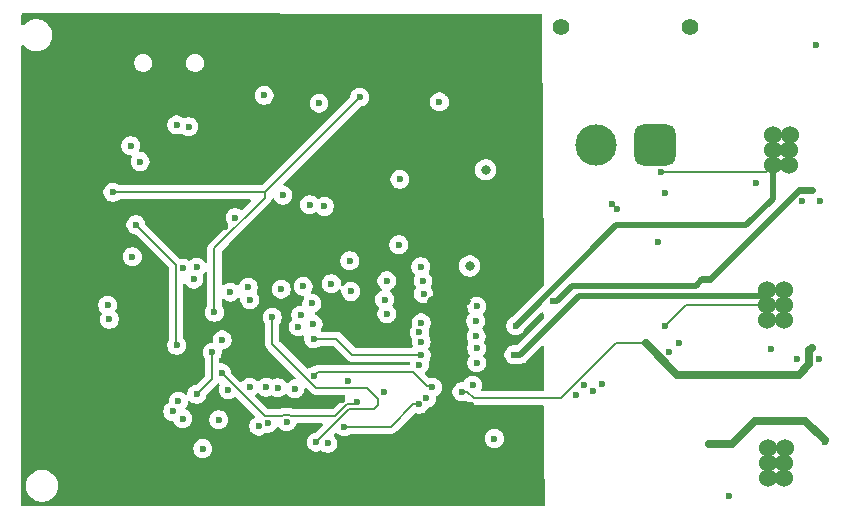
<source format=gbr>
%TF.GenerationSoftware,KiCad,Pcbnew,9.0.2*%
%TF.CreationDate,2025-10-22T09:47:40+03:00*%
%TF.ProjectId,aair_gimb_pcb,61616972-5f67-4696-9d62-5f7063622e6b,rev?*%
%TF.SameCoordinates,Original*%
%TF.FileFunction,Copper,L3,Inr*%
%TF.FilePolarity,Positive*%
%FSLAX46Y46*%
G04 Gerber Fmt 4.6, Leading zero omitted, Abs format (unit mm)*
G04 Created by KiCad (PCBNEW 9.0.2) date 2025-10-22 09:47:40*
%MOMM*%
%LPD*%
G01*
G04 APERTURE LIST*
G04 Aperture macros list*
%AMRoundRect*
0 Rectangle with rounded corners*
0 $1 Rounding radius*
0 $2 $3 $4 $5 $6 $7 $8 $9 X,Y pos of 4 corners*
0 Add a 4 corners polygon primitive as box body*
4,1,4,$2,$3,$4,$5,$6,$7,$8,$9,$2,$3,0*
0 Add four circle primitives for the rounded corners*
1,1,$1+$1,$2,$3*
1,1,$1+$1,$4,$5*
1,1,$1+$1,$6,$7*
1,1,$1+$1,$8,$9*
0 Add four rect primitives between the rounded corners*
20,1,$1+$1,$2,$3,$4,$5,0*
20,1,$1+$1,$4,$5,$6,$7,0*
20,1,$1+$1,$6,$7,$8,$9,0*
20,1,$1+$1,$8,$9,$2,$3,0*%
G04 Aperture macros list end*
%TA.AperFunction,ComponentPad*%
%ADD10C,1.400000*%
%TD*%
%TA.AperFunction,ComponentPad*%
%ADD11RoundRect,0.770000X-0.980000X-0.980000X0.980000X-0.980000X0.980000X0.980000X-0.980000X0.980000X0*%
%TD*%
%TA.AperFunction,ComponentPad*%
%ADD12C,3.500000*%
%TD*%
%TA.AperFunction,ViaPad*%
%ADD13C,0.600000*%
%TD*%
%TA.AperFunction,ViaPad*%
%ADD14C,0.800000*%
%TD*%
%TA.AperFunction,ViaPad*%
%ADD15C,1.524000*%
%TD*%
%TA.AperFunction,Conductor*%
%ADD16C,0.200000*%
%TD*%
%TA.AperFunction,Conductor*%
%ADD17C,0.650000*%
%TD*%
%TA.AperFunction,Conductor*%
%ADD18C,0.600000*%
%TD*%
%TA.AperFunction,Conductor*%
%ADD19C,0.500000*%
%TD*%
G04 APERTURE END LIST*
D10*
%TO.N,*%
%TO.C,xt30*%
X169200000Y-61725000D03*
X180200000Y-61725000D03*
D11*
%TO.N,V_SUPPLY*%
X177200000Y-71725000D03*
D12*
%TO.N,GND*%
X172200000Y-71725000D03*
%TD*%
D13*
%TO.N,V_SUPPLY*%
X163600000Y-96600000D03*
D14*
X161500000Y-82000000D03*
D13*
%TO.N,Net-(U1-GVDD)*%
X157250000Y-87600000D03*
X149500000Y-97000000D03*
%TO.N,Net-(U1-DVDD)*%
X157600000Y-84350000D03*
X157224403Y-93703105D03*
X150900000Y-95600000D03*
%TO.N,VCC*%
X154250000Y-92700000D03*
X151450000Y-84150000D03*
%TO.N,GND*%
X151325000Y-85975000D03*
D14*
X158350000Y-84950000D03*
D13*
X132800000Y-76900000D03*
X154600000Y-87390000D03*
X161650000Y-67650000D03*
X167100000Y-76950000D03*
D14*
X161200000Y-84950000D03*
D13*
X147350000Y-78500000D03*
D15*
X186750000Y-98660000D03*
D13*
X151150000Y-86800000D03*
X173575000Y-76775000D03*
X142050000Y-70550000D03*
X143150000Y-90350000D03*
X150684372Y-93300000D03*
D15*
X186785000Y-97385000D03*
D13*
X171200000Y-92100000D03*
X172750000Y-92000000D03*
X174000000Y-77200000D03*
X159650000Y-67350000D03*
X140750000Y-78650000D03*
D15*
X186750000Y-99930000D03*
X188150000Y-98660000D03*
D13*
X133950000Y-94750000D03*
D15*
X188150000Y-99930000D03*
D13*
X145450000Y-79150000D03*
X161581383Y-93737011D03*
X137000000Y-78400000D03*
D15*
X188185000Y-97385000D03*
D13*
X133300000Y-99850000D03*
D14*
X159450000Y-86650000D03*
D13*
%TO.N,/drv8302/H2_VS*%
X132950000Y-81200000D03*
X160850000Y-92650000D03*
X176450000Y-88550000D03*
X190450000Y-88900000D03*
%TO.N,/drv8302/H1_VS*%
X190450000Y-75600000D03*
X141650000Y-77900000D03*
X168560659Y-84950000D03*
%TO.N,/drv8302/H3_VS*%
X191550000Y-96900000D03*
X138400000Y-82100000D03*
X181800000Y-97100000D03*
%TO.N,LED_STATUS*%
X138400000Y-92850000D03*
X139700000Y-89300000D03*
%TO.N,USB_CONN_D-*%
X133600000Y-73150000D03*
X136700000Y-70050000D03*
D14*
%TO.N,+5V*%
X162850000Y-73850000D03*
D13*
X145700000Y-76000000D03*
X155600000Y-74650000D03*
%TO.N,SWCLK*%
X147400000Y-83700000D03*
X147950000Y-76800000D03*
%TO.N,+3.3V*%
X144800000Y-86350000D03*
X138150000Y-83100000D03*
X148750000Y-68200000D03*
X149800000Y-83500000D03*
X158950000Y-68100000D03*
X148500000Y-96900000D03*
X141250000Y-84200000D03*
%TO.N,SWDIO*%
X149200000Y-76950000D03*
X148150000Y-85150000D03*
%TO.N,NRST*%
X131300000Y-75750000D03*
X139900000Y-85900000D03*
X152200000Y-67700000D03*
%TO.N,Net-(U1-RT_CLK)*%
X157350000Y-82050000D03*
X151350000Y-81550000D03*
%TO.N,/Stm32f405/SENS2*%
X140550000Y-88250000D03*
X137250000Y-82200000D03*
%TO.N,/Stm32f405/SENS3*%
X136700000Y-88700000D03*
X133250000Y-78500000D03*
%TO.N,/Stm32f405/FAULT*%
X146000000Y-95200000D03*
X157550000Y-83251000D03*
%TO.N,/drv8302/M_L2*%
X189250000Y-89900000D03*
X162100000Y-88950000D03*
%TO.N,/Stm32f405/DC_CAL*%
X157398398Y-86813883D03*
X146700000Y-92400000D03*
%TO.N,/drv8302/M_H3*%
X191100000Y-89850000D03*
X162100000Y-90200000D03*
%TO.N,/Stm32f405/GAIN*%
X145250000Y-92300000D03*
X154500000Y-86049000D03*
%TO.N,/drv8302/M_H2*%
X162049592Y-87950000D03*
X191200000Y-76450000D03*
%TO.N,/Stm32f405/Current_ADC_2*%
X151950000Y-93501000D03*
X140500000Y-91049000D03*
%TO.N,/drv8302/M_H1*%
X162100000Y-85400000D03*
X190800000Y-63300000D03*
%TO.N,/Stm32f405/EN_GATE*%
X157398398Y-88386116D03*
X140250000Y-95000000D03*
%TO.N,/Stm32f405/M_PWM*%
X154300000Y-84849000D03*
X144300000Y-92250000D03*
%TO.N,/drv8302/H2_LOW*%
X165250000Y-89500000D03*
X178050000Y-87050000D03*
X179200000Y-88550000D03*
D15*
X188100000Y-86580000D03*
D13*
X171950000Y-92600000D03*
D15*
X186685000Y-84035000D03*
X188135000Y-84035000D03*
X186650000Y-86580000D03*
X188100000Y-85310000D03*
X186650000Y-85310000D03*
D13*
%TO.N,Net-(U1-VSENSE)*%
X155500000Y-80200000D03*
X154498928Y-83251000D03*
%TO.N,/drv8302/M_L1*%
X162008402Y-86650000D03*
X189600000Y-76500000D03*
%TO.N,/Stm32f405/L2*%
X148349265Y-91299265D03*
X158350000Y-92258817D03*
%TO.N,/drv8302/M_L3*%
X161750000Y-92100000D03*
X183450000Y-101450000D03*
D15*
%TO.N,/drv8302/H1_LOW*%
X188565000Y-72205000D03*
D13*
X178049265Y-75849265D03*
X177704897Y-74048454D03*
X165400000Y-87050000D03*
X170500000Y-92950000D03*
D15*
X187150000Y-73480000D03*
X188565000Y-73475000D03*
X188600000Y-70930000D03*
X187150000Y-72210000D03*
X187185000Y-70935000D03*
D13*
%TO.N,/Stm32f405/L1*%
X157250057Y-90350000D03*
X151213676Y-91701000D03*
%TO.N,I2C_SCL*%
X131000000Y-86500000D03*
X142900000Y-84850000D03*
%TO.N,SPI1_MOSI*%
X144408949Y-95297017D03*
X138900000Y-97450000D03*
%TO.N,SPI1_SCK*%
X142900000Y-92249000D03*
X136361765Y-94311765D03*
%TO.N,USB_D-*%
X132800000Y-71800000D03*
X147000000Y-87150000D03*
%TO.N,USB_D+*%
X137700000Y-70200000D03*
X147200000Y-86150000D03*
%TO.N,UART_RX*%
X145550000Y-83950000D03*
X144100000Y-67550000D03*
%TO.N,SPI1_MISO*%
X137200518Y-94911765D03*
X143650000Y-95550000D03*
%TO.N,SPI1_CS*%
X141056253Y-92453780D03*
X136850000Y-93450000D03*
%TO.N,I2C_SDA*%
X130850000Y-85300000D03*
X142750000Y-83800000D03*
%TO.N,/Stm32f405/H1*%
X148300000Y-88150000D03*
X157398291Y-89549999D03*
%TO.N,/Stm32f405/H3*%
X157848664Y-93202807D03*
X148250000Y-86900000D03*
%TO.N,Net-(Q4-G)*%
X187000000Y-89000000D03*
X178400000Y-89300000D03*
%TO.N,Net-(Q6-G)*%
X177450000Y-79950000D03*
X185750000Y-74950000D03*
%TD*%
D16*
%TO.N,Net-(U1-DVDD)*%
X157224403Y-93703105D02*
X156746895Y-93703105D01*
X154850000Y-95600000D02*
X150900000Y-95600000D01*
X156746895Y-93703105D02*
X154850000Y-95600000D01*
D17*
%TO.N,/drv8302/H2_VS*%
X179100000Y-91200000D02*
X176450000Y-88550000D01*
D16*
X160850000Y-92650000D02*
X161300000Y-92650000D01*
D17*
X190450000Y-88900000D02*
X190274000Y-89076000D01*
X189350000Y-91200000D02*
X179100000Y-91200000D01*
X190274000Y-90276000D02*
X189350000Y-91200000D01*
X190274000Y-89076000D02*
X190274000Y-90276000D01*
D16*
X173900057Y-88550000D02*
X176450000Y-88550000D01*
X161300000Y-92650000D02*
X161851000Y-93201000D01*
X161851000Y-93201000D02*
X169249057Y-93201000D01*
X169249057Y-93201000D02*
X173900057Y-88550000D01*
D18*
%TO.N,/drv8302/H1_VS*%
X181816000Y-83134000D02*
X189350000Y-75600000D01*
D19*
X168560659Y-84950000D02*
X168900000Y-84950000D01*
X168900000Y-84950000D02*
X170200000Y-83650000D01*
D18*
X181200000Y-83134000D02*
X181816000Y-83134000D01*
X189350000Y-75600000D02*
X190450000Y-75600000D01*
D19*
X170200000Y-83650000D02*
X180684000Y-83650000D01*
X180684000Y-83650000D02*
X181200000Y-83134000D01*
D17*
%TO.N,/drv8302/H3_VS*%
X185700000Y-95100000D02*
X189900000Y-95100000D01*
X181800000Y-97100000D02*
X183700000Y-97100000D01*
X189900000Y-95100000D02*
X191550000Y-96750000D01*
X183700000Y-97100000D02*
X185500000Y-95300000D01*
D16*
X191550000Y-96750000D02*
X191550000Y-96900000D01*
X185500000Y-95300000D02*
X185700000Y-95100000D01*
%TO.N,LED_STATUS*%
X139700000Y-91550000D02*
X139700000Y-89300000D01*
X138400000Y-92850000D02*
X139700000Y-91550000D01*
%TO.N,+3.3V*%
X152801943Y-92302000D02*
X148502057Y-92302000D01*
X153751000Y-93251057D02*
X152801943Y-92302000D01*
X153751000Y-93748943D02*
X153751000Y-93251057D01*
X148500000Y-96900000D02*
X151299000Y-94101000D01*
X148502057Y-92302000D02*
X144800000Y-88599943D01*
X144800000Y-88599943D02*
X144800000Y-86350000D01*
X153398943Y-94101000D02*
X153751000Y-93748943D01*
X151299000Y-94101000D02*
X153398943Y-94101000D01*
%TO.N,NRST*%
X144150000Y-76249943D02*
X144150000Y-75750000D01*
X139900000Y-85900000D02*
X139900000Y-80499943D01*
X144150000Y-75750000D02*
X131300000Y-75750000D01*
X152200000Y-67700000D02*
X144150000Y-75750000D01*
X139900000Y-80499943D02*
X144150000Y-76249943D01*
%TO.N,/Stm32f405/SENS3*%
X133250000Y-78500000D02*
X136650000Y-81900000D01*
X136650000Y-88650000D02*
X136700000Y-88700000D01*
X136650000Y-81900000D02*
X136650000Y-88650000D01*
%TO.N,/Stm32f405/Current_ADC_2*%
X146349943Y-94700000D02*
X146248943Y-94599000D01*
X151950000Y-93501000D02*
X151751000Y-93700000D01*
X146248943Y-94599000D02*
X145751057Y-94599000D01*
X144657892Y-94696017D02*
X144160006Y-94696017D01*
X151132900Y-93700000D02*
X150132900Y-94700000D01*
X144661875Y-94700000D02*
X144657892Y-94696017D01*
X144160006Y-94696017D02*
X144156023Y-94700000D01*
X145650057Y-94700000D02*
X144661875Y-94700000D01*
X151751000Y-93700000D02*
X151132900Y-93700000D01*
X150132900Y-94700000D02*
X146349943Y-94700000D01*
X144151000Y-94700000D02*
X140500000Y-91049000D01*
X145751057Y-94599000D02*
X145650057Y-94700000D01*
X144156023Y-94700000D02*
X144151000Y-94700000D01*
%TO.N,/drv8302/H2_LOW*%
X179790000Y-85310000D02*
X186650000Y-85310000D01*
D19*
X170750000Y-84550000D02*
X186170000Y-84550000D01*
D16*
X178050000Y-87050000D02*
X179790000Y-85310000D01*
D19*
X165250000Y-89500000D02*
X165800000Y-89500000D01*
X165800000Y-89500000D02*
X170750000Y-84550000D01*
X186170000Y-84550000D02*
X186685000Y-84035000D01*
D16*
%TO.N,/Stm32f405/L2*%
X158350000Y-92258817D02*
X158350000Y-92188563D01*
X148688827Y-90959703D02*
X148349265Y-91299265D01*
X158350000Y-92188563D02*
X158300000Y-92138563D01*
X156709703Y-90959703D02*
X148688827Y-90959703D01*
X157888563Y-92138563D02*
X156709703Y-90959703D01*
X158300000Y-92138563D02*
X157888563Y-92138563D01*
D19*
%TO.N,/drv8302/H1_LOW*%
X173900000Y-78550000D02*
X184900000Y-78550000D01*
X187150000Y-76300000D02*
X187150000Y-73480000D01*
X165400000Y-87050000D02*
X173900000Y-78550000D01*
X184900000Y-78550000D02*
X187150000Y-76300000D01*
D16*
X177704897Y-74048454D02*
X186581546Y-74048454D01*
X186581546Y-74048454D02*
X187150000Y-73480000D01*
%TO.N,/Stm32f405/H1*%
X157398291Y-89549999D02*
X157348292Y-89500000D01*
X157348292Y-89500000D02*
X151550000Y-89500000D01*
X151550000Y-89500000D02*
X150200000Y-88150000D01*
X150200000Y-88150000D02*
X148300000Y-88150000D01*
%TD*%
%TA.AperFunction,Conductor*%
%TO.N,GND*%
G36*
X147705703Y-92355327D02*
G01*
X147712181Y-92361359D01*
X148017196Y-92666374D01*
X148017206Y-92666385D01*
X148021536Y-92670715D01*
X148021537Y-92670716D01*
X148133341Y-92782520D01*
X148207725Y-92825465D01*
X148270272Y-92861577D01*
X148422999Y-92902500D01*
X148423000Y-92902500D01*
X150852123Y-92902500D01*
X150919162Y-92922185D01*
X150964917Y-92974989D01*
X150974861Y-93044147D01*
X150945836Y-93107703D01*
X150907548Y-93135311D01*
X150908154Y-93136359D01*
X150764190Y-93219475D01*
X150764182Y-93219481D01*
X149920484Y-94063181D01*
X149859161Y-94096666D01*
X149832803Y-94099500D01*
X146618010Y-94099500D01*
X146602524Y-94095350D01*
X146588780Y-94096006D01*
X146556011Y-94082888D01*
X146541404Y-94074455D01*
X146536786Y-94071789D01*
X146530847Y-94068360D01*
X146530845Y-94068358D01*
X146530844Y-94068358D01*
X146480728Y-94039423D01*
X146328000Y-93998499D01*
X146169886Y-93998499D01*
X146162290Y-93998499D01*
X146162274Y-93998500D01*
X145837727Y-93998500D01*
X145837711Y-93998499D01*
X145830115Y-93998499D01*
X145672000Y-93998499D01*
X145595636Y-94018961D01*
X145519271Y-94039423D01*
X145519270Y-94039424D01*
X145463213Y-94071789D01*
X145445027Y-94082289D01*
X145443991Y-94082887D01*
X145381991Y-94099500D01*
X144768143Y-94099500D01*
X144765635Y-94099475D01*
X144750587Y-94099170D01*
X144736949Y-94095516D01*
X144578835Y-94095516D01*
X144578831Y-94095517D01*
X144447115Y-94095517D01*
X144380076Y-94075832D01*
X144359434Y-94059198D01*
X143373700Y-93073464D01*
X143340215Y-93012141D01*
X143345199Y-92942449D01*
X143387071Y-92886516D01*
X143392462Y-92882700D01*
X143410289Y-92870789D01*
X143457457Y-92823621D01*
X143511819Y-92769260D01*
X143573142Y-92735775D01*
X143642834Y-92740759D01*
X143687181Y-92769260D01*
X143789707Y-92871786D01*
X143789711Y-92871789D01*
X143920814Y-92959390D01*
X143920827Y-92959397D01*
X144044654Y-93010687D01*
X144066503Y-93019737D01*
X144189220Y-93044147D01*
X144221153Y-93050499D01*
X144221156Y-93050500D01*
X144221158Y-93050500D01*
X144378844Y-93050500D01*
X144378845Y-93050499D01*
X144533497Y-93019737D01*
X144596330Y-92993711D01*
X144684808Y-92957063D01*
X144685332Y-92958329D01*
X144746910Y-92945497D01*
X144805871Y-92965996D01*
X144870821Y-93009394D01*
X144870823Y-93009395D01*
X144870827Y-93009397D01*
X145016498Y-93069735D01*
X145016503Y-93069737D01*
X145166126Y-93099499D01*
X145171153Y-93100499D01*
X145171156Y-93100500D01*
X145171158Y-93100500D01*
X145328844Y-93100500D01*
X145328845Y-93100499D01*
X145483497Y-93069737D01*
X145622547Y-93012141D01*
X145629172Y-93009397D01*
X145629172Y-93009396D01*
X145629179Y-93009394D01*
X145760289Y-92921789D01*
X145848636Y-92833441D01*
X145909957Y-92799958D01*
X145979649Y-92804942D01*
X146035583Y-92846813D01*
X146039418Y-92852232D01*
X146078213Y-92910292D01*
X146189707Y-93021786D01*
X146189711Y-93021789D01*
X146320814Y-93109390D01*
X146320827Y-93109397D01*
X146466498Y-93169735D01*
X146466503Y-93169737D01*
X146621153Y-93200499D01*
X146621156Y-93200500D01*
X146621158Y-93200500D01*
X146778844Y-93200500D01*
X146778845Y-93200499D01*
X146933497Y-93169737D01*
X147079179Y-93109394D01*
X147210289Y-93021789D01*
X147321789Y-92910289D01*
X147409394Y-92779179D01*
X147412719Y-92771153D01*
X147445290Y-92692518D01*
X147469737Y-92633497D01*
X147500500Y-92478842D01*
X147500500Y-92449040D01*
X147520185Y-92382001D01*
X147572989Y-92336246D01*
X147642147Y-92326302D01*
X147705703Y-92355327D01*
G37*
%TD.AperFunction*%
%TA.AperFunction,Conductor*%
G36*
X167526729Y-60649861D02*
G01*
X167593743Y-60669621D01*
X167639439Y-60722476D01*
X167650586Y-60773271D01*
X167759049Y-83577628D01*
X167739683Y-83644761D01*
X167722731Y-83665899D01*
X165084703Y-86303927D01*
X165044480Y-86330805D01*
X165020819Y-86340606D01*
X165020818Y-86340607D01*
X164889715Y-86428207D01*
X164889707Y-86428213D01*
X164778213Y-86539707D01*
X164778210Y-86539711D01*
X164690609Y-86670814D01*
X164690602Y-86670827D01*
X164630264Y-86816498D01*
X164630261Y-86816510D01*
X164599500Y-86971153D01*
X164599500Y-87128846D01*
X164630261Y-87283489D01*
X164630264Y-87283501D01*
X164690602Y-87429172D01*
X164690609Y-87429185D01*
X164778210Y-87560288D01*
X164778213Y-87560292D01*
X164889707Y-87671786D01*
X164889711Y-87671789D01*
X165020814Y-87759390D01*
X165020827Y-87759397D01*
X165155598Y-87815220D01*
X165166503Y-87819737D01*
X165276546Y-87841626D01*
X165321153Y-87850499D01*
X165321156Y-87850500D01*
X165321158Y-87850500D01*
X165478844Y-87850500D01*
X165478845Y-87850499D01*
X165633497Y-87819737D01*
X165779179Y-87759394D01*
X165910289Y-87671789D01*
X166021789Y-87560289D01*
X166109394Y-87429179D01*
X166119191Y-87405524D01*
X166146069Y-87365297D01*
X167559081Y-85952285D01*
X167620400Y-85918803D01*
X167690092Y-85923787D01*
X167746025Y-85965659D01*
X167770442Y-86031123D01*
X167770757Y-86039379D01*
X167772540Y-86414138D01*
X167753174Y-86481270D01*
X167736222Y-86502409D01*
X165551108Y-88687522D01*
X165489785Y-88721007D01*
X165439236Y-88721458D01*
X165328846Y-88699500D01*
X165328842Y-88699500D01*
X165171158Y-88699500D01*
X165171155Y-88699500D01*
X165016510Y-88730261D01*
X165016498Y-88730264D01*
X164870827Y-88790602D01*
X164870814Y-88790609D01*
X164739711Y-88878210D01*
X164739707Y-88878213D01*
X164628213Y-88989707D01*
X164628210Y-88989711D01*
X164540609Y-89120814D01*
X164540602Y-89120827D01*
X164480264Y-89266498D01*
X164480261Y-89266510D01*
X164449500Y-89421153D01*
X164449500Y-89578846D01*
X164480261Y-89733489D01*
X164480264Y-89733501D01*
X164540602Y-89879172D01*
X164540609Y-89879185D01*
X164628210Y-90010288D01*
X164628213Y-90010292D01*
X164739707Y-90121786D01*
X164739711Y-90121789D01*
X164870814Y-90209390D01*
X164870827Y-90209397D01*
X164965695Y-90248692D01*
X165016503Y-90269737D01*
X165171153Y-90300499D01*
X165171156Y-90300500D01*
X165171158Y-90300500D01*
X165328844Y-90300500D01*
X165328845Y-90300499D01*
X165435617Y-90279261D01*
X165483488Y-90269739D01*
X165483489Y-90269738D01*
X165483497Y-90269737D01*
X165507155Y-90259937D01*
X165554604Y-90250500D01*
X165873920Y-90250500D01*
X165982933Y-90228815D01*
X166018913Y-90221658D01*
X166155495Y-90165084D01*
X166238569Y-90109576D01*
X166278416Y-90082952D01*
X167572574Y-88788793D01*
X167633891Y-88755312D01*
X167703582Y-88760296D01*
X167759516Y-88802167D01*
X167783933Y-88867632D01*
X167784248Y-88875888D01*
X167801371Y-92475910D01*
X167782005Y-92543043D01*
X167729419Y-92589048D01*
X167677372Y-92600500D01*
X162594720Y-92600500D01*
X162527681Y-92580815D01*
X162481926Y-92528011D01*
X162471982Y-92458853D01*
X162480159Y-92429048D01*
X162517163Y-92339711D01*
X162519737Y-92333497D01*
X162550500Y-92178842D01*
X162550500Y-92021158D01*
X162550500Y-92021155D01*
X162550499Y-92021153D01*
X162542055Y-91978704D01*
X162519737Y-91866503D01*
X162519735Y-91866498D01*
X162459397Y-91720827D01*
X162459390Y-91720814D01*
X162371789Y-91589711D01*
X162371786Y-91589707D01*
X162260292Y-91478213D01*
X162260288Y-91478210D01*
X162129185Y-91390609D01*
X162129172Y-91390602D01*
X161983501Y-91330264D01*
X161983489Y-91330261D01*
X161828845Y-91299500D01*
X161828842Y-91299500D01*
X161671158Y-91299500D01*
X161671155Y-91299500D01*
X161516510Y-91330261D01*
X161516498Y-91330264D01*
X161370827Y-91390602D01*
X161370814Y-91390609D01*
X161239711Y-91478210D01*
X161239707Y-91478213D01*
X161128213Y-91589707D01*
X161128210Y-91589711D01*
X161040609Y-91720814D01*
X161040604Y-91720823D01*
X161019012Y-91772953D01*
X160975171Y-91827356D01*
X160908877Y-91849421D01*
X160904451Y-91849500D01*
X160771155Y-91849500D01*
X160616510Y-91880261D01*
X160616498Y-91880264D01*
X160470827Y-91940602D01*
X160470814Y-91940609D01*
X160339711Y-92028210D01*
X160339707Y-92028213D01*
X160228213Y-92139707D01*
X160228210Y-92139711D01*
X160140609Y-92270814D01*
X160140602Y-92270827D01*
X160080264Y-92416498D01*
X160080261Y-92416510D01*
X160049500Y-92571153D01*
X160049500Y-92728846D01*
X160080261Y-92883489D01*
X160080264Y-92883501D01*
X160140602Y-93029172D01*
X160140609Y-93029185D01*
X160228210Y-93160288D01*
X160228213Y-93160292D01*
X160339707Y-93271786D01*
X160339711Y-93271789D01*
X160470814Y-93359390D01*
X160470827Y-93359397D01*
X160616498Y-93419735D01*
X160616503Y-93419737D01*
X160739788Y-93444260D01*
X160771153Y-93450499D01*
X160771156Y-93450500D01*
X160771158Y-93450500D01*
X160928844Y-93450500D01*
X160928845Y-93450499D01*
X161083497Y-93419737D01*
X161103827Y-93411315D01*
X161173295Y-93403847D01*
X161235774Y-93435121D01*
X161238960Y-93438196D01*
X161482284Y-93681520D01*
X161482286Y-93681521D01*
X161482290Y-93681524D01*
X161619209Y-93760573D01*
X161619216Y-93760577D01*
X161771943Y-93801501D01*
X161771945Y-93801501D01*
X161937654Y-93801501D01*
X161937670Y-93801500D01*
X167684265Y-93801500D01*
X167751304Y-93821185D01*
X167797059Y-93873989D01*
X167808263Y-93924907D01*
X167826697Y-97800499D01*
X167847740Y-102224910D01*
X167828374Y-102292043D01*
X167775788Y-102338048D01*
X167723741Y-102349500D01*
X123674500Y-102349500D01*
X123607461Y-102329815D01*
X123561706Y-102277011D01*
X123550500Y-102225500D01*
X123550500Y-100493713D01*
X123949500Y-100493713D01*
X123949500Y-100706286D01*
X123982753Y-100916239D01*
X124048444Y-101118414D01*
X124144951Y-101307820D01*
X124269890Y-101479786D01*
X124420213Y-101630109D01*
X124592179Y-101755048D01*
X124592181Y-101755049D01*
X124592184Y-101755051D01*
X124781588Y-101851557D01*
X124983757Y-101917246D01*
X125193713Y-101950500D01*
X125193714Y-101950500D01*
X125406286Y-101950500D01*
X125406287Y-101950500D01*
X125616243Y-101917246D01*
X125818412Y-101851557D01*
X126007816Y-101755051D01*
X126029789Y-101739086D01*
X126179786Y-101630109D01*
X126179788Y-101630106D01*
X126179792Y-101630104D01*
X126330104Y-101479792D01*
X126330106Y-101479788D01*
X126330109Y-101479786D01*
X126455048Y-101307820D01*
X126455047Y-101307820D01*
X126455051Y-101307816D01*
X126551557Y-101118412D01*
X126617246Y-100916243D01*
X126650500Y-100706287D01*
X126650500Y-100493713D01*
X126617246Y-100283757D01*
X126551557Y-100081588D01*
X126455051Y-99892184D01*
X126455049Y-99892181D01*
X126455048Y-99892179D01*
X126330109Y-99720213D01*
X126179786Y-99569890D01*
X126007820Y-99444951D01*
X125818414Y-99348444D01*
X125818413Y-99348443D01*
X125818412Y-99348443D01*
X125616243Y-99282754D01*
X125616241Y-99282753D01*
X125616240Y-99282753D01*
X125454957Y-99257208D01*
X125406287Y-99249500D01*
X125193713Y-99249500D01*
X125145042Y-99257208D01*
X124983760Y-99282753D01*
X124781585Y-99348444D01*
X124592179Y-99444951D01*
X124420213Y-99569890D01*
X124269890Y-99720213D01*
X124144951Y-99892179D01*
X124048444Y-100081585D01*
X123982753Y-100283760D01*
X123949500Y-100493713D01*
X123550500Y-100493713D01*
X123550500Y-97371153D01*
X138099500Y-97371153D01*
X138099500Y-97528846D01*
X138130261Y-97683489D01*
X138130264Y-97683501D01*
X138190602Y-97829172D01*
X138190609Y-97829185D01*
X138278210Y-97960288D01*
X138278213Y-97960292D01*
X138389707Y-98071786D01*
X138389711Y-98071789D01*
X138520814Y-98159390D01*
X138520827Y-98159397D01*
X138666498Y-98219735D01*
X138666503Y-98219737D01*
X138821153Y-98250499D01*
X138821156Y-98250500D01*
X138821158Y-98250500D01*
X138978844Y-98250500D01*
X138978845Y-98250499D01*
X139133497Y-98219737D01*
X139279179Y-98159394D01*
X139410289Y-98071789D01*
X139521789Y-97960289D01*
X139609394Y-97829179D01*
X139669737Y-97683497D01*
X139700500Y-97528842D01*
X139700500Y-97371158D01*
X139700500Y-97371155D01*
X139700499Y-97371153D01*
X139682204Y-97279179D01*
X139669737Y-97216503D01*
X139635352Y-97133489D01*
X139609397Y-97070827D01*
X139609390Y-97070814D01*
X139521789Y-96939711D01*
X139521786Y-96939707D01*
X139410292Y-96828213D01*
X139410288Y-96828210D01*
X139279185Y-96740609D01*
X139279172Y-96740602D01*
X139133501Y-96680264D01*
X139133489Y-96680261D01*
X138978845Y-96649500D01*
X138978842Y-96649500D01*
X138821158Y-96649500D01*
X138821155Y-96649500D01*
X138666510Y-96680261D01*
X138666498Y-96680264D01*
X138520827Y-96740602D01*
X138520814Y-96740609D01*
X138389711Y-96828210D01*
X138389707Y-96828213D01*
X138278213Y-96939707D01*
X138278210Y-96939711D01*
X138190609Y-97070814D01*
X138190602Y-97070827D01*
X138130264Y-97216498D01*
X138130261Y-97216510D01*
X138099500Y-97371153D01*
X123550500Y-97371153D01*
X123550500Y-94232918D01*
X135561265Y-94232918D01*
X135561265Y-94390611D01*
X135592026Y-94545254D01*
X135592029Y-94545266D01*
X135652367Y-94690937D01*
X135652374Y-94690950D01*
X135739975Y-94822053D01*
X135739978Y-94822057D01*
X135851472Y-94933551D01*
X135851476Y-94933554D01*
X135982579Y-95021155D01*
X135982592Y-95021162D01*
X136121846Y-95078842D01*
X136128268Y-95081502D01*
X136282918Y-95112264D01*
X136282921Y-95112265D01*
X136282923Y-95112265D01*
X136334259Y-95112265D01*
X136401298Y-95131950D01*
X136447053Y-95184754D01*
X136448820Y-95188813D01*
X136491120Y-95290937D01*
X136491127Y-95290950D01*
X136578728Y-95422053D01*
X136578731Y-95422057D01*
X136690225Y-95533551D01*
X136690229Y-95533554D01*
X136821332Y-95621155D01*
X136821345Y-95621162D01*
X136967016Y-95681500D01*
X136967021Y-95681502D01*
X137107243Y-95709394D01*
X137121671Y-95712264D01*
X137121674Y-95712265D01*
X137121676Y-95712265D01*
X137279362Y-95712265D01*
X137279363Y-95712264D01*
X137434015Y-95681502D01*
X137561139Y-95628846D01*
X137579690Y-95621162D01*
X137579690Y-95621161D01*
X137579697Y-95621159D01*
X137710807Y-95533554D01*
X137822307Y-95422054D01*
X137909912Y-95290944D01*
X137970255Y-95145262D01*
X138001018Y-94990607D01*
X138001018Y-94921153D01*
X139449500Y-94921153D01*
X139449500Y-95078846D01*
X139480261Y-95233489D01*
X139480264Y-95233501D01*
X139540602Y-95379172D01*
X139540609Y-95379185D01*
X139628210Y-95510288D01*
X139628213Y-95510292D01*
X139739707Y-95621786D01*
X139739711Y-95621789D01*
X139870814Y-95709390D01*
X139870827Y-95709397D01*
X140016498Y-95769735D01*
X140016503Y-95769737D01*
X140166131Y-95799500D01*
X140171153Y-95800499D01*
X140171156Y-95800500D01*
X140171158Y-95800500D01*
X140328844Y-95800500D01*
X140328845Y-95800499D01*
X140483497Y-95769737D01*
X140629179Y-95709394D01*
X140760289Y-95621789D01*
X140871789Y-95510289D01*
X140959394Y-95379179D01*
X141019737Y-95233497D01*
X141050500Y-95078842D01*
X141050500Y-94921158D01*
X141050500Y-94921155D01*
X141050499Y-94921153D01*
X141047304Y-94905093D01*
X141019737Y-94766503D01*
X140993986Y-94704334D01*
X140959397Y-94620827D01*
X140959390Y-94620814D01*
X140871789Y-94489711D01*
X140871786Y-94489707D01*
X140760292Y-94378213D01*
X140760288Y-94378210D01*
X140629185Y-94290609D01*
X140629172Y-94290602D01*
X140483501Y-94230264D01*
X140483489Y-94230261D01*
X140328845Y-94199500D01*
X140328842Y-94199500D01*
X140171158Y-94199500D01*
X140171155Y-94199500D01*
X140016510Y-94230261D01*
X140016498Y-94230264D01*
X139870827Y-94290602D01*
X139870814Y-94290609D01*
X139739711Y-94378210D01*
X139739707Y-94378213D01*
X139628213Y-94489707D01*
X139628210Y-94489711D01*
X139540609Y-94620814D01*
X139540602Y-94620827D01*
X139480264Y-94766498D01*
X139480261Y-94766510D01*
X139449500Y-94921153D01*
X138001018Y-94921153D01*
X138001018Y-94832923D01*
X138001018Y-94832920D01*
X138001017Y-94832918D01*
X137992046Y-94787819D01*
X137970255Y-94678268D01*
X137962927Y-94660577D01*
X137909915Y-94532592D01*
X137909908Y-94532579D01*
X137822307Y-94401476D01*
X137822304Y-94401472D01*
X137710810Y-94289978D01*
X137710806Y-94289975D01*
X137579703Y-94202374D01*
X137579694Y-94202369D01*
X137503669Y-94170879D01*
X137449266Y-94127038D01*
X137427201Y-94060744D01*
X137444480Y-93993045D01*
X137463440Y-93968637D01*
X137471789Y-93960289D01*
X137559394Y-93829179D01*
X137619737Y-93683497D01*
X137650500Y-93528842D01*
X137650500Y-93528835D01*
X137651097Y-93522782D01*
X137653130Y-93522982D01*
X137670185Y-93464902D01*
X137722989Y-93419147D01*
X137792147Y-93409203D01*
X137855703Y-93438228D01*
X137862181Y-93444260D01*
X137889707Y-93471786D01*
X137889711Y-93471789D01*
X138020814Y-93559390D01*
X138020827Y-93559397D01*
X138122805Y-93601637D01*
X138166503Y-93619737D01*
X138321153Y-93650499D01*
X138321156Y-93650500D01*
X138321158Y-93650500D01*
X138478844Y-93650500D01*
X138478845Y-93650499D01*
X138633497Y-93619737D01*
X138779179Y-93559394D01*
X138910289Y-93471789D01*
X139021789Y-93360289D01*
X139109394Y-93229179D01*
X139113414Y-93219475D01*
X139144871Y-93143529D01*
X139169737Y-93083497D01*
X139194635Y-92958329D01*
X139200638Y-92928150D01*
X139233023Y-92866239D01*
X139234516Y-92864718D01*
X140133904Y-91965331D01*
X140195225Y-91931848D01*
X140264917Y-91936832D01*
X140320850Y-91978704D01*
X140345267Y-92044168D01*
X140336145Y-92100465D01*
X140286516Y-92220283D01*
X140286514Y-92220290D01*
X140255753Y-92374933D01*
X140255753Y-92532626D01*
X140286514Y-92687269D01*
X140286517Y-92687281D01*
X140346855Y-92832952D01*
X140346862Y-92832965D01*
X140434463Y-92964068D01*
X140434466Y-92964072D01*
X140545960Y-93075566D01*
X140545964Y-93075569D01*
X140677067Y-93163170D01*
X140677080Y-93163177D01*
X140813010Y-93219480D01*
X140822756Y-93223517D01*
X140977406Y-93254279D01*
X140977409Y-93254280D01*
X140977411Y-93254280D01*
X141135097Y-93254280D01*
X141135098Y-93254279D01*
X141289750Y-93223517D01*
X141419585Y-93169738D01*
X141435425Y-93163177D01*
X141435425Y-93163176D01*
X141435432Y-93163174D01*
X141548345Y-93087727D01*
X141615019Y-93066851D01*
X141682399Y-93085335D01*
X141704914Y-93103150D01*
X143266816Y-94665052D01*
X143300301Y-94726375D01*
X143295317Y-94796067D01*
X143253445Y-94852000D01*
X143248027Y-94855834D01*
X143139713Y-94928208D01*
X143139707Y-94928213D01*
X143028213Y-95039707D01*
X143028210Y-95039711D01*
X142940609Y-95170814D01*
X142940602Y-95170827D01*
X142880264Y-95316498D01*
X142880261Y-95316510D01*
X142849500Y-95471153D01*
X142849500Y-95628846D01*
X142880261Y-95783489D01*
X142880264Y-95783501D01*
X142940602Y-95929172D01*
X142940609Y-95929185D01*
X143028210Y-96060288D01*
X143028213Y-96060292D01*
X143139707Y-96171786D01*
X143139711Y-96171789D01*
X143270814Y-96259390D01*
X143270827Y-96259397D01*
X143410916Y-96317423D01*
X143416503Y-96319737D01*
X143571153Y-96350499D01*
X143571156Y-96350500D01*
X143571158Y-96350500D01*
X143728844Y-96350500D01*
X143728845Y-96350499D01*
X143883497Y-96319737D01*
X144029179Y-96259394D01*
X144160289Y-96171789D01*
X144203546Y-96128531D01*
X144264868Y-96095046D01*
X144315423Y-96094596D01*
X144330104Y-96097517D01*
X144330107Y-96097517D01*
X144487793Y-96097517D01*
X144487794Y-96097516D01*
X144642446Y-96066754D01*
X144788128Y-96006411D01*
X144919238Y-95918806D01*
X145030738Y-95807306D01*
X145118343Y-95676196D01*
X145120292Y-95671490D01*
X145164127Y-95617086D01*
X145230419Y-95595016D01*
X145298120Y-95612290D01*
X145337957Y-95650046D01*
X145378210Y-95710288D01*
X145378213Y-95710292D01*
X145489707Y-95821786D01*
X145489711Y-95821789D01*
X145620814Y-95909390D01*
X145620827Y-95909397D01*
X145764031Y-95968713D01*
X145766503Y-95969737D01*
X145921153Y-96000499D01*
X145921156Y-96000500D01*
X145921158Y-96000500D01*
X146078844Y-96000500D01*
X146078845Y-96000499D01*
X146233497Y-95969737D01*
X146356456Y-95918806D01*
X146379172Y-95909397D01*
X146379172Y-95909396D01*
X146379179Y-95909394D01*
X146510289Y-95821789D01*
X146621789Y-95710289D01*
X146709394Y-95579179D01*
X146769737Y-95433497D01*
X146776339Y-95400309D01*
X146808724Y-95338398D01*
X146869439Y-95303824D01*
X146897956Y-95300500D01*
X148950903Y-95300500D01*
X149017942Y-95320185D01*
X149063697Y-95372989D01*
X149073641Y-95442147D01*
X149044616Y-95505703D01*
X149038584Y-95512181D01*
X148485339Y-96065425D01*
X148424016Y-96098910D01*
X148421850Y-96099361D01*
X148266508Y-96130261D01*
X148266498Y-96130264D01*
X148120827Y-96190602D01*
X148120814Y-96190609D01*
X147989711Y-96278210D01*
X147989707Y-96278213D01*
X147878213Y-96389707D01*
X147878210Y-96389711D01*
X147790609Y-96520814D01*
X147790602Y-96520827D01*
X147730264Y-96666498D01*
X147730261Y-96666510D01*
X147699500Y-96821153D01*
X147699500Y-96978846D01*
X147730261Y-97133489D01*
X147730264Y-97133501D01*
X147790602Y-97279172D01*
X147790609Y-97279185D01*
X147878210Y-97410288D01*
X147878213Y-97410292D01*
X147989707Y-97521786D01*
X147989711Y-97521789D01*
X148120814Y-97609390D01*
X148120827Y-97609397D01*
X148266498Y-97669735D01*
X148266503Y-97669737D01*
X148421153Y-97700499D01*
X148421156Y-97700500D01*
X148421158Y-97700500D01*
X148578844Y-97700500D01*
X148578845Y-97700499D01*
X148733497Y-97669737D01*
X148874727Y-97611237D01*
X148944196Y-97603769D01*
X148991070Y-97622697D01*
X149120814Y-97709390D01*
X149120827Y-97709397D01*
X149266498Y-97769735D01*
X149266503Y-97769737D01*
X149421153Y-97800499D01*
X149421156Y-97800500D01*
X149421158Y-97800500D01*
X149578844Y-97800500D01*
X149578845Y-97800499D01*
X149733497Y-97769737D01*
X149879179Y-97709394D01*
X150010289Y-97621789D01*
X150121789Y-97510289D01*
X150209394Y-97379179D01*
X150212719Y-97371153D01*
X150238301Y-97309390D01*
X150269737Y-97233497D01*
X150300500Y-97078842D01*
X150300500Y-96921158D01*
X150300500Y-96921155D01*
X150300499Y-96921153D01*
X150282012Y-96828213D01*
X150269737Y-96766503D01*
X150269735Y-96766498D01*
X150209397Y-96620827D01*
X150209390Y-96620814D01*
X150142798Y-96521153D01*
X162799500Y-96521153D01*
X162799500Y-96678846D01*
X162830261Y-96833489D01*
X162830264Y-96833501D01*
X162890602Y-96979172D01*
X162890609Y-96979185D01*
X162978210Y-97110288D01*
X162978213Y-97110292D01*
X163089707Y-97221786D01*
X163089711Y-97221789D01*
X163220814Y-97309390D01*
X163220827Y-97309397D01*
X163366498Y-97369735D01*
X163366503Y-97369737D01*
X163521153Y-97400499D01*
X163521156Y-97400500D01*
X163521158Y-97400500D01*
X163678844Y-97400500D01*
X163678845Y-97400499D01*
X163833497Y-97369737D01*
X163979179Y-97309394D01*
X164110289Y-97221789D01*
X164221789Y-97110289D01*
X164309394Y-96979179D01*
X164369737Y-96833497D01*
X164400500Y-96678842D01*
X164400500Y-96521158D01*
X164400500Y-96521155D01*
X164400499Y-96521153D01*
X164376499Y-96400499D01*
X164369737Y-96366503D01*
X164366268Y-96358127D01*
X164309397Y-96220827D01*
X164309390Y-96220814D01*
X164221789Y-96089711D01*
X164221786Y-96089707D01*
X164110292Y-95978213D01*
X164110288Y-95978210D01*
X163979185Y-95890609D01*
X163979172Y-95890602D01*
X163833501Y-95830264D01*
X163833489Y-95830261D01*
X163678845Y-95799500D01*
X163678842Y-95799500D01*
X163521158Y-95799500D01*
X163521155Y-95799500D01*
X163366510Y-95830261D01*
X163366498Y-95830264D01*
X163220827Y-95890602D01*
X163220814Y-95890609D01*
X163089711Y-95978210D01*
X163089707Y-95978213D01*
X162978213Y-96089707D01*
X162978210Y-96089711D01*
X162890609Y-96220814D01*
X162890602Y-96220827D01*
X162830264Y-96366498D01*
X162830261Y-96366510D01*
X162799500Y-96521153D01*
X150142798Y-96521153D01*
X150121789Y-96489711D01*
X150121786Y-96489707D01*
X150028337Y-96396258D01*
X150023998Y-96388312D01*
X150016751Y-96382887D01*
X150007516Y-96358127D01*
X149994852Y-96334935D01*
X149995497Y-96325905D01*
X149992334Y-96317423D01*
X149997950Y-96291602D01*
X149999836Y-96265243D01*
X150005654Y-96256189D01*
X150007186Y-96249150D01*
X150028332Y-96220901D01*
X150120899Y-96128335D01*
X150182219Y-96094852D01*
X150251911Y-96099836D01*
X150296258Y-96128337D01*
X150389707Y-96221786D01*
X150389711Y-96221789D01*
X150520814Y-96309390D01*
X150520827Y-96309397D01*
X150658683Y-96366498D01*
X150666503Y-96369737D01*
X150799832Y-96396258D01*
X150821153Y-96400499D01*
X150821156Y-96400500D01*
X150821158Y-96400500D01*
X150978844Y-96400500D01*
X150978845Y-96400499D01*
X150989179Y-96398443D01*
X151014287Y-96393450D01*
X151014292Y-96393449D01*
X151099800Y-96376439D01*
X151133497Y-96369737D01*
X151279179Y-96309394D01*
X151354005Y-96259397D01*
X151410875Y-96221398D01*
X151477553Y-96200520D01*
X151479766Y-96200500D01*
X154763331Y-96200500D01*
X154763347Y-96200501D01*
X154770943Y-96200501D01*
X154929054Y-96200501D01*
X154929057Y-96200501D01*
X155081785Y-96159577D01*
X155139136Y-96126465D01*
X155218716Y-96080520D01*
X155330520Y-95968716D01*
X155330520Y-95968714D01*
X155340724Y-95958511D01*
X155340727Y-95958506D01*
X156815993Y-94483241D01*
X156877314Y-94449758D01*
X156947006Y-94454742D01*
X156951084Y-94456347D01*
X156990906Y-94472842D01*
X157145556Y-94503604D01*
X157145559Y-94503605D01*
X157145561Y-94503605D01*
X157303247Y-94503605D01*
X157303248Y-94503604D01*
X157457900Y-94472842D01*
X157603582Y-94412499D01*
X157734692Y-94324894D01*
X157846192Y-94213394D01*
X157933797Y-94082284D01*
X157944647Y-94056086D01*
X157988487Y-94001683D01*
X158035015Y-93981921D01*
X158082161Y-93972544D01*
X158227843Y-93912201D01*
X158358953Y-93824596D01*
X158470453Y-93713096D01*
X158558058Y-93581986D01*
X158567418Y-93559390D01*
X158591932Y-93500207D01*
X158618401Y-93436304D01*
X158649164Y-93281649D01*
X158649164Y-93123965D01*
X158646485Y-93110497D01*
X158652711Y-93040906D01*
X158695573Y-92985728D01*
X158720647Y-92971744D01*
X158729179Y-92968211D01*
X158860289Y-92880606D01*
X158971789Y-92769106D01*
X159059394Y-92637996D01*
X159066369Y-92621158D01*
X159094746Y-92552647D01*
X159119737Y-92492314D01*
X159150500Y-92337659D01*
X159150500Y-92179975D01*
X159150500Y-92179972D01*
X159150499Y-92179970D01*
X159143879Y-92146690D01*
X159119737Y-92025320D01*
X159113967Y-92011389D01*
X159059397Y-91879644D01*
X159059390Y-91879631D01*
X158971789Y-91748528D01*
X158971786Y-91748524D01*
X158860292Y-91637030D01*
X158860288Y-91637027D01*
X158729185Y-91549426D01*
X158729172Y-91549419D01*
X158583501Y-91489081D01*
X158583489Y-91489078D01*
X158428845Y-91458317D01*
X158428842Y-91458317D01*
X158271158Y-91458317D01*
X158271153Y-91458317D01*
X158157997Y-91480825D01*
X158088405Y-91474598D01*
X158046125Y-91446889D01*
X157753103Y-91153867D01*
X157719618Y-91092544D01*
X157724602Y-91022852D01*
X157757189Y-90977247D01*
X157756039Y-90976097D01*
X157871843Y-90860292D01*
X157871846Y-90860289D01*
X157959451Y-90729179D01*
X158019794Y-90583497D01*
X158050557Y-90428842D01*
X158050557Y-90271158D01*
X158050557Y-90271155D01*
X158029457Y-90165084D01*
X158021263Y-90123888D01*
X158027490Y-90054298D01*
X158039773Y-90030814D01*
X158107685Y-89929178D01*
X158168028Y-89783496D01*
X158198791Y-89628841D01*
X158198791Y-89471157D01*
X158198791Y-89471154D01*
X158198790Y-89471152D01*
X158196629Y-89460288D01*
X158168028Y-89316502D01*
X158128536Y-89221158D01*
X158107688Y-89170826D01*
X158107681Y-89170813D01*
X158018288Y-89037028D01*
X157997410Y-88970351D01*
X158015894Y-88902971D01*
X158018288Y-88899246D01*
X158020184Y-88896407D01*
X158020187Y-88896405D01*
X158107792Y-88765295D01*
X158168135Y-88619613D01*
X158198898Y-88464958D01*
X158198898Y-88307274D01*
X158198898Y-88307271D01*
X158198897Y-88307269D01*
X158184060Y-88232679D01*
X158168135Y-88152619D01*
X158153970Y-88118422D01*
X158107795Y-88006943D01*
X158107788Y-88006930D01*
X158041887Y-87908303D01*
X158021009Y-87841626D01*
X158023371Y-87815224D01*
X158043010Y-87716498D01*
X158050500Y-87678844D01*
X158050500Y-87521155D01*
X158023372Y-87384778D01*
X158029599Y-87315186D01*
X158041882Y-87291701D01*
X158107792Y-87193062D01*
X158168135Y-87047380D01*
X158198898Y-86892725D01*
X158198898Y-86735041D01*
X158198898Y-86735038D01*
X158169900Y-86589258D01*
X158169900Y-86589257D01*
X158168136Y-86580393D01*
X158168135Y-86580386D01*
X158167496Y-86578844D01*
X158164310Y-86571153D01*
X161207902Y-86571153D01*
X161207902Y-86728846D01*
X161238663Y-86883489D01*
X161238666Y-86883501D01*
X161299004Y-87029172D01*
X161299011Y-87029185D01*
X161386612Y-87160288D01*
X161386615Y-87160292D01*
X161459237Y-87232914D01*
X161492722Y-87294237D01*
X161487738Y-87363929D01*
X161459237Y-87408276D01*
X161427805Y-87439707D01*
X161427802Y-87439711D01*
X161340201Y-87570814D01*
X161340194Y-87570827D01*
X161279856Y-87716498D01*
X161279853Y-87716510D01*
X161249092Y-87871153D01*
X161249092Y-88028846D01*
X161279853Y-88183489D01*
X161279856Y-88183501D01*
X161340194Y-88329172D01*
X161340201Y-88329185D01*
X161400100Y-88418829D01*
X161420978Y-88485506D01*
X161402494Y-88552886D01*
X161400102Y-88556608D01*
X161390610Y-88570814D01*
X161390602Y-88570828D01*
X161330264Y-88716498D01*
X161330261Y-88716510D01*
X161299500Y-88871153D01*
X161299500Y-89028846D01*
X161330261Y-89183489D01*
X161330264Y-89183501D01*
X161390602Y-89329172D01*
X161390609Y-89329185D01*
X161478210Y-89460288D01*
X161478213Y-89460292D01*
X161505240Y-89487319D01*
X161538725Y-89548642D01*
X161533741Y-89618334D01*
X161505240Y-89662681D01*
X161478213Y-89689707D01*
X161478210Y-89689711D01*
X161390609Y-89820814D01*
X161390602Y-89820827D01*
X161330264Y-89966498D01*
X161330261Y-89966510D01*
X161299500Y-90121153D01*
X161299500Y-90278846D01*
X161330261Y-90433489D01*
X161330264Y-90433501D01*
X161390602Y-90579172D01*
X161390609Y-90579185D01*
X161478210Y-90710288D01*
X161478213Y-90710292D01*
X161589707Y-90821786D01*
X161589711Y-90821789D01*
X161720814Y-90909390D01*
X161720827Y-90909397D01*
X161866498Y-90969735D01*
X161866503Y-90969737D01*
X162019972Y-91000264D01*
X162021153Y-91000499D01*
X162021156Y-91000500D01*
X162021158Y-91000500D01*
X162178844Y-91000500D01*
X162178845Y-91000499D01*
X162333497Y-90969737D01*
X162479179Y-90909394D01*
X162610289Y-90821789D01*
X162721789Y-90710289D01*
X162809394Y-90579179D01*
X162869737Y-90433497D01*
X162900500Y-90278842D01*
X162900500Y-90121158D01*
X162900500Y-90121155D01*
X162900499Y-90121153D01*
X162888250Y-90059576D01*
X162869737Y-89966503D01*
X162854274Y-89929171D01*
X162809397Y-89820827D01*
X162809390Y-89820814D01*
X162721789Y-89689711D01*
X162721786Y-89689707D01*
X162694760Y-89662681D01*
X162661275Y-89601358D01*
X162666259Y-89531666D01*
X162694760Y-89487319D01*
X162721786Y-89460292D01*
X162721789Y-89460289D01*
X162809394Y-89329179D01*
X162869737Y-89183497D01*
X162900500Y-89028842D01*
X162900500Y-88871158D01*
X162900500Y-88871155D01*
X162900499Y-88871153D01*
X162885852Y-88797518D01*
X162869737Y-88716503D01*
X162833569Y-88629185D01*
X162809397Y-88570827D01*
X162809395Y-88570823D01*
X162809394Y-88570821D01*
X162749490Y-88481169D01*
X162728613Y-88414493D01*
X162747097Y-88347113D01*
X162749495Y-88343383D01*
X162758981Y-88329187D01*
X162758982Y-88329184D01*
X162758986Y-88329179D01*
X162762446Y-88320827D01*
X162786003Y-88263954D01*
X162819329Y-88183497D01*
X162850092Y-88028842D01*
X162850092Y-87871158D01*
X162850092Y-87871155D01*
X162850091Y-87871153D01*
X162850024Y-87870814D01*
X162819329Y-87716503D01*
X162803730Y-87678844D01*
X162758989Y-87570827D01*
X162758982Y-87570814D01*
X162671381Y-87439711D01*
X162671378Y-87439707D01*
X162598756Y-87367085D01*
X162565271Y-87305762D01*
X162570255Y-87236070D01*
X162598754Y-87191725D01*
X162630191Y-87160289D01*
X162717796Y-87029179D01*
X162778139Y-86883497D01*
X162808902Y-86728842D01*
X162808902Y-86571158D01*
X162808902Y-86571155D01*
X162808901Y-86571153D01*
X162785063Y-86451314D01*
X162778139Y-86416503D01*
X162775565Y-86410288D01*
X162717799Y-86270827D01*
X162717792Y-86270814D01*
X162631524Y-86141705D01*
X162610646Y-86075027D01*
X162629131Y-86007647D01*
X162646941Y-85985136D01*
X162721789Y-85910289D01*
X162809394Y-85779179D01*
X162812854Y-85770827D01*
X162834015Y-85719737D01*
X162869737Y-85633497D01*
X162900500Y-85478842D01*
X162900500Y-85321158D01*
X162900500Y-85321155D01*
X162900499Y-85321153D01*
X162882204Y-85229179D01*
X162869737Y-85166503D01*
X162869735Y-85166498D01*
X162809397Y-85020827D01*
X162809390Y-85020814D01*
X162721789Y-84889711D01*
X162721786Y-84889707D01*
X162610292Y-84778213D01*
X162610288Y-84778210D01*
X162479185Y-84690609D01*
X162479172Y-84690602D01*
X162333501Y-84630264D01*
X162333489Y-84630261D01*
X162178845Y-84599500D01*
X162178842Y-84599500D01*
X162021158Y-84599500D01*
X162021155Y-84599500D01*
X161866510Y-84630261D01*
X161866498Y-84630264D01*
X161720827Y-84690602D01*
X161720814Y-84690609D01*
X161589711Y-84778210D01*
X161589707Y-84778213D01*
X161478213Y-84889707D01*
X161478210Y-84889711D01*
X161390609Y-85020814D01*
X161390602Y-85020827D01*
X161330264Y-85166498D01*
X161330261Y-85166510D01*
X161299500Y-85321153D01*
X161299500Y-85478846D01*
X161330261Y-85633489D01*
X161330264Y-85633501D01*
X161390602Y-85779172D01*
X161390609Y-85779185D01*
X161476878Y-85908294D01*
X161497756Y-85974971D01*
X161479272Y-86042351D01*
X161461457Y-86064866D01*
X161386615Y-86139707D01*
X161386612Y-86139711D01*
X161299011Y-86270814D01*
X161299004Y-86270827D01*
X161238666Y-86416498D01*
X161238663Y-86416510D01*
X161207902Y-86571153D01*
X158164310Y-86571153D01*
X158107795Y-86434710D01*
X158107788Y-86434697D01*
X158020187Y-86303594D01*
X158020184Y-86303590D01*
X157908690Y-86192096D01*
X157908686Y-86192093D01*
X157777583Y-86104492D01*
X157777570Y-86104485D01*
X157631899Y-86044147D01*
X157631887Y-86044144D01*
X157477243Y-86013383D01*
X157477240Y-86013383D01*
X157319556Y-86013383D01*
X157319553Y-86013383D01*
X157164908Y-86044144D01*
X157164896Y-86044147D01*
X157019225Y-86104485D01*
X157019212Y-86104492D01*
X156888109Y-86192093D01*
X156888105Y-86192096D01*
X156776611Y-86303590D01*
X156776608Y-86303594D01*
X156689007Y-86434697D01*
X156689000Y-86434710D01*
X156628662Y-86580381D01*
X156628659Y-86580393D01*
X156597898Y-86735036D01*
X156597898Y-86892729D01*
X156625025Y-87029106D01*
X156618798Y-87098698D01*
X156606510Y-87122188D01*
X156540609Y-87220814D01*
X156540602Y-87220827D01*
X156480264Y-87366498D01*
X156480261Y-87366510D01*
X156449500Y-87521153D01*
X156449500Y-87678846D01*
X156480261Y-87833489D01*
X156480264Y-87833501D01*
X156540602Y-87979172D01*
X156540609Y-87979185D01*
X156606510Y-88077812D01*
X156627388Y-88144490D01*
X156625025Y-88170894D01*
X156597898Y-88307269D01*
X156597898Y-88464962D01*
X156628659Y-88619605D01*
X156628662Y-88619617D01*
X156673575Y-88728048D01*
X156681044Y-88797518D01*
X156649768Y-88859997D01*
X156589679Y-88895648D01*
X156559014Y-88899500D01*
X151850097Y-88899500D01*
X151783058Y-88879815D01*
X151762416Y-88863181D01*
X150687590Y-87788355D01*
X150687588Y-87788352D01*
X150568717Y-87669481D01*
X150568716Y-87669480D01*
X150464643Y-87609394D01*
X150464642Y-87609393D01*
X150431783Y-87590422D01*
X150375881Y-87575443D01*
X150279057Y-87549499D01*
X150120943Y-87549499D01*
X150113347Y-87549499D01*
X150113331Y-87549500D01*
X149010759Y-87549500D01*
X148943720Y-87529815D01*
X148897965Y-87477011D01*
X148888021Y-87407853D01*
X148907657Y-87356609D01*
X148926632Y-87328211D01*
X148959394Y-87279179D01*
X149019737Y-87133497D01*
X149050500Y-86978842D01*
X149050500Y-86821158D01*
X149050500Y-86821155D01*
X149050499Y-86821153D01*
X149038015Y-86758394D01*
X149019737Y-86666503D01*
X149019735Y-86666498D01*
X148959397Y-86520827D01*
X148959390Y-86520814D01*
X148871789Y-86389711D01*
X148871786Y-86389707D01*
X148760292Y-86278213D01*
X148760288Y-86278210D01*
X148629185Y-86190609D01*
X148629172Y-86190602D01*
X148483501Y-86130264D01*
X148483495Y-86130262D01*
X148473489Y-86128272D01*
X148411579Y-86095884D01*
X148377007Y-86035167D01*
X148380749Y-85965398D01*
X148421617Y-85908727D01*
X148450225Y-85892097D01*
X148529179Y-85859394D01*
X148660289Y-85771789D01*
X148771789Y-85660289D01*
X148859394Y-85529179D01*
X148862854Y-85520827D01*
X148881795Y-85475097D01*
X148919737Y-85383497D01*
X148950500Y-85228842D01*
X148950500Y-85071158D01*
X148950500Y-85071155D01*
X148950499Y-85071153D01*
X148930734Y-84971789D01*
X148919737Y-84916503D01*
X148915177Y-84905494D01*
X148859397Y-84770827D01*
X148859390Y-84770814D01*
X148771789Y-84639711D01*
X148771786Y-84639707D01*
X148660292Y-84528213D01*
X148660288Y-84528210D01*
X148529185Y-84440609D01*
X148529172Y-84440602D01*
X148383501Y-84380264D01*
X148383489Y-84380261D01*
X148228845Y-84349500D01*
X148228842Y-84349500D01*
X148160759Y-84349500D01*
X148093720Y-84329815D01*
X148047965Y-84277011D01*
X148038021Y-84207853D01*
X148057657Y-84156609D01*
X148104977Y-84085789D01*
X148109394Y-84079179D01*
X148112719Y-84071153D01*
X148138306Y-84009379D01*
X148169737Y-83933497D01*
X148200500Y-83778842D01*
X148200500Y-83621158D01*
X148200500Y-83621155D01*
X148200499Y-83621153D01*
X148194773Y-83592369D01*
X148169737Y-83466503D01*
X148168084Y-83462512D01*
X148150953Y-83421153D01*
X148999500Y-83421153D01*
X148999500Y-83578846D01*
X149030261Y-83733489D01*
X149030264Y-83733501D01*
X149090602Y-83879172D01*
X149090609Y-83879185D01*
X149178210Y-84010288D01*
X149178213Y-84010292D01*
X149289707Y-84121786D01*
X149289711Y-84121789D01*
X149420814Y-84209390D01*
X149420827Y-84209397D01*
X149566498Y-84269735D01*
X149566503Y-84269737D01*
X149721153Y-84300499D01*
X149721156Y-84300500D01*
X149721158Y-84300500D01*
X149878844Y-84300500D01*
X149878845Y-84300499D01*
X150033497Y-84269737D01*
X150179179Y-84209394D01*
X150310289Y-84121789D01*
X150421789Y-84010289D01*
X150422397Y-84009378D01*
X150422839Y-84009008D01*
X150425653Y-84005581D01*
X150426303Y-84006114D01*
X150476010Y-83964573D01*
X150545334Y-83955866D01*
X150608362Y-83986020D01*
X150645082Y-84045463D01*
X150649500Y-84078269D01*
X150649500Y-84228846D01*
X150680261Y-84383489D01*
X150680264Y-84383501D01*
X150740602Y-84529172D01*
X150740609Y-84529185D01*
X150828210Y-84660288D01*
X150828213Y-84660292D01*
X150939707Y-84771786D01*
X150939711Y-84771789D01*
X151070814Y-84859390D01*
X151070827Y-84859397D01*
X151208683Y-84916498D01*
X151216503Y-84919737D01*
X151371153Y-84950499D01*
X151371156Y-84950500D01*
X151371158Y-84950500D01*
X151528844Y-84950500D01*
X151528845Y-84950499D01*
X151683497Y-84919737D01*
X151829179Y-84859394D01*
X151960289Y-84771789D01*
X151961925Y-84770153D01*
X153499500Y-84770153D01*
X153499500Y-84927846D01*
X153530261Y-85082489D01*
X153530264Y-85082501D01*
X153590602Y-85228172D01*
X153590609Y-85228185D01*
X153678210Y-85359288D01*
X153678213Y-85359292D01*
X153794018Y-85475097D01*
X153793094Y-85476020D01*
X153828637Y-85528201D01*
X153830506Y-85598045D01*
X153813740Y-85635196D01*
X153790611Y-85669811D01*
X153790602Y-85669827D01*
X153730264Y-85815498D01*
X153730261Y-85815510D01*
X153699500Y-85970153D01*
X153699500Y-86127846D01*
X153730261Y-86282489D01*
X153730264Y-86282501D01*
X153790602Y-86428172D01*
X153790609Y-86428185D01*
X153878210Y-86559288D01*
X153878213Y-86559292D01*
X153989707Y-86670786D01*
X153989711Y-86670789D01*
X154120814Y-86758390D01*
X154120827Y-86758397D01*
X154266498Y-86818735D01*
X154266503Y-86818737D01*
X154421153Y-86849499D01*
X154421156Y-86849500D01*
X154421158Y-86849500D01*
X154578844Y-86849500D01*
X154578845Y-86849499D01*
X154733497Y-86818737D01*
X154879179Y-86758394D01*
X155010289Y-86670789D01*
X155121789Y-86559289D01*
X155209394Y-86428179D01*
X155269737Y-86282497D01*
X155300500Y-86127842D01*
X155300500Y-85970158D01*
X155300500Y-85970155D01*
X155300499Y-85970153D01*
X155290879Y-85921789D01*
X155269737Y-85815503D01*
X155254691Y-85779179D01*
X155209397Y-85669827D01*
X155209390Y-85669814D01*
X155121789Y-85538711D01*
X155121786Y-85538707D01*
X155005982Y-85422903D01*
X155006905Y-85421979D01*
X154971361Y-85369795D01*
X154969493Y-85299951D01*
X154986261Y-85262800D01*
X154988737Y-85259093D01*
X155009394Y-85228179D01*
X155069737Y-85082497D01*
X155100500Y-84927842D01*
X155100500Y-84770158D01*
X155100500Y-84770155D01*
X155100499Y-84770153D01*
X155090471Y-84719738D01*
X155069737Y-84615503D01*
X155069735Y-84615498D01*
X155009397Y-84469827D01*
X155009390Y-84469814D01*
X154921789Y-84338711D01*
X154921786Y-84338707D01*
X154810292Y-84227213D01*
X154810288Y-84227210D01*
X154782625Y-84208726D01*
X154737820Y-84155114D01*
X154729113Y-84085789D01*
X154759268Y-84022761D01*
X154804061Y-83991064D01*
X154878107Y-83960394D01*
X155009217Y-83872789D01*
X155120717Y-83761289D01*
X155208322Y-83630179D01*
X155268665Y-83484497D01*
X155299428Y-83329842D01*
X155299428Y-83172158D01*
X155299428Y-83172155D01*
X155299427Y-83172153D01*
X155294921Y-83149500D01*
X155268665Y-83017503D01*
X155232530Y-82930264D01*
X155208325Y-82871827D01*
X155208318Y-82871814D01*
X155120717Y-82740711D01*
X155120714Y-82740707D01*
X155009220Y-82629213D01*
X155009216Y-82629210D01*
X154878113Y-82541609D01*
X154878100Y-82541602D01*
X154732429Y-82481264D01*
X154732417Y-82481261D01*
X154577773Y-82450500D01*
X154577770Y-82450500D01*
X154420086Y-82450500D01*
X154420083Y-82450500D01*
X154265438Y-82481261D01*
X154265426Y-82481264D01*
X154119755Y-82541602D01*
X154119742Y-82541609D01*
X153988639Y-82629210D01*
X153988635Y-82629213D01*
X153877141Y-82740707D01*
X153877138Y-82740711D01*
X153789537Y-82871814D01*
X153789530Y-82871827D01*
X153729192Y-83017498D01*
X153729189Y-83017510D01*
X153698428Y-83172153D01*
X153698428Y-83329846D01*
X153729189Y-83484489D01*
X153729192Y-83484501D01*
X153789530Y-83630172D01*
X153789537Y-83630185D01*
X153877138Y-83761288D01*
X153877141Y-83761292D01*
X153988635Y-83872786D01*
X153988643Y-83872792D01*
X154016301Y-83891273D01*
X154061107Y-83944885D01*
X154069814Y-84014210D01*
X154039660Y-84077237D01*
X153994864Y-84108936D01*
X153920824Y-84139604D01*
X153920814Y-84139609D01*
X153789711Y-84227210D01*
X153789707Y-84227213D01*
X153678213Y-84338707D01*
X153678210Y-84338711D01*
X153590609Y-84469814D01*
X153590602Y-84469827D01*
X153530264Y-84615498D01*
X153530261Y-84615510D01*
X153499500Y-84770153D01*
X151961925Y-84770153D01*
X152002906Y-84729172D01*
X152055694Y-84676385D01*
X152071786Y-84660292D01*
X152071789Y-84660289D01*
X152159394Y-84529179D01*
X152219737Y-84383497D01*
X152250500Y-84228842D01*
X152250500Y-84071158D01*
X152250500Y-84071155D01*
X152250499Y-84071153D01*
X152243007Y-84033489D01*
X152219737Y-83916503D01*
X152219735Y-83916498D01*
X152159397Y-83770827D01*
X152159390Y-83770814D01*
X152071789Y-83639711D01*
X152071786Y-83639707D01*
X151960292Y-83528213D01*
X151960288Y-83528210D01*
X151829185Y-83440609D01*
X151829172Y-83440602D01*
X151683501Y-83380264D01*
X151683489Y-83380261D01*
X151528845Y-83349500D01*
X151528842Y-83349500D01*
X151371158Y-83349500D01*
X151371155Y-83349500D01*
X151216510Y-83380261D01*
X151216498Y-83380264D01*
X151070827Y-83440602D01*
X151070814Y-83440609D01*
X150939711Y-83528210D01*
X150939707Y-83528213D01*
X150828213Y-83639707D01*
X150828206Y-83639716D01*
X150827597Y-83640628D01*
X150827155Y-83640997D01*
X150824347Y-83644419D01*
X150823697Y-83643886D01*
X150773982Y-83685429D01*
X150704656Y-83694132D01*
X150641631Y-83663973D01*
X150604916Y-83604527D01*
X150600500Y-83571730D01*
X150600500Y-83421155D01*
X150600499Y-83421153D01*
X150582012Y-83328213D01*
X150569737Y-83266503D01*
X150569735Y-83266498D01*
X150509397Y-83120827D01*
X150509390Y-83120814D01*
X150421789Y-82989711D01*
X150421786Y-82989707D01*
X150310292Y-82878213D01*
X150310288Y-82878210D01*
X150179185Y-82790609D01*
X150179172Y-82790602D01*
X150033501Y-82730264D01*
X150033489Y-82730261D01*
X149878845Y-82699500D01*
X149878842Y-82699500D01*
X149721158Y-82699500D01*
X149721155Y-82699500D01*
X149566510Y-82730261D01*
X149566498Y-82730264D01*
X149420827Y-82790602D01*
X149420814Y-82790609D01*
X149289711Y-82878210D01*
X149289707Y-82878213D01*
X149178213Y-82989707D01*
X149178210Y-82989711D01*
X149090609Y-83120814D01*
X149090602Y-83120827D01*
X149030264Y-83266498D01*
X149030261Y-83266510D01*
X148999500Y-83421153D01*
X148150953Y-83421153D01*
X148109397Y-83320827D01*
X148109390Y-83320814D01*
X148021789Y-83189711D01*
X148021786Y-83189707D01*
X147910292Y-83078213D01*
X147910288Y-83078210D01*
X147779185Y-82990609D01*
X147779172Y-82990602D01*
X147633501Y-82930264D01*
X147633489Y-82930261D01*
X147478845Y-82899500D01*
X147478842Y-82899500D01*
X147321158Y-82899500D01*
X147321155Y-82899500D01*
X147166510Y-82930261D01*
X147166498Y-82930264D01*
X147020827Y-82990602D01*
X147020814Y-82990609D01*
X146889711Y-83078210D01*
X146889707Y-83078213D01*
X146778213Y-83189707D01*
X146778210Y-83189711D01*
X146690609Y-83320814D01*
X146690602Y-83320827D01*
X146630264Y-83466498D01*
X146630261Y-83466510D01*
X146599500Y-83621153D01*
X146599500Y-83778846D01*
X146630261Y-83933489D01*
X146630264Y-83933501D01*
X146690602Y-84079172D01*
X146690609Y-84079185D01*
X146778210Y-84210288D01*
X146778213Y-84210292D01*
X146889707Y-84321786D01*
X146889711Y-84321789D01*
X147020814Y-84409390D01*
X147020827Y-84409397D01*
X147166498Y-84469735D01*
X147166503Y-84469737D01*
X147316131Y-84499500D01*
X147321153Y-84500499D01*
X147321156Y-84500500D01*
X147389241Y-84500500D01*
X147456280Y-84520185D01*
X147502035Y-84572989D01*
X147511979Y-84642147D01*
X147492343Y-84693391D01*
X147440609Y-84770815D01*
X147440602Y-84770827D01*
X147380264Y-84916498D01*
X147380261Y-84916510D01*
X147349500Y-85071153D01*
X147349500Y-85225500D01*
X147329815Y-85292539D01*
X147277011Y-85338294D01*
X147225500Y-85349500D01*
X147121155Y-85349500D01*
X146966510Y-85380261D01*
X146966498Y-85380264D01*
X146820827Y-85440602D01*
X146820814Y-85440609D01*
X146689711Y-85528210D01*
X146689707Y-85528213D01*
X146578213Y-85639707D01*
X146578210Y-85639711D01*
X146490609Y-85770814D01*
X146490602Y-85770827D01*
X146430264Y-85916498D01*
X146430261Y-85916510D01*
X146399500Y-86071153D01*
X146399500Y-86228846D01*
X146430260Y-86383488D01*
X146430261Y-86383489D01*
X146430263Y-86383497D01*
X146458354Y-86451316D01*
X146465822Y-86520784D01*
X146434546Y-86583263D01*
X146431474Y-86586446D01*
X146378214Y-86639706D01*
X146378210Y-86639711D01*
X146290609Y-86770814D01*
X146290602Y-86770827D01*
X146230264Y-86916498D01*
X146230261Y-86916510D01*
X146199500Y-87071153D01*
X146199500Y-87228846D01*
X146230261Y-87383489D01*
X146230264Y-87383501D01*
X146290602Y-87529172D01*
X146290609Y-87529185D01*
X146378210Y-87660288D01*
X146378213Y-87660292D01*
X146489707Y-87771786D01*
X146489711Y-87771789D01*
X146620814Y-87859390D01*
X146620827Y-87859397D01*
X146758695Y-87916503D01*
X146766503Y-87919737D01*
X146921153Y-87950499D01*
X146921156Y-87950500D01*
X146921158Y-87950500D01*
X147078844Y-87950500D01*
X147078845Y-87950499D01*
X147233497Y-87919737D01*
X147285933Y-87898017D01*
X147341880Y-87874844D01*
X147411349Y-87867375D01*
X147473828Y-87898650D01*
X147509480Y-87958739D01*
X147510949Y-88013596D01*
X147499500Y-88071153D01*
X147499500Y-88228846D01*
X147530261Y-88383489D01*
X147530264Y-88383501D01*
X147590602Y-88529172D01*
X147590609Y-88529185D01*
X147678210Y-88660288D01*
X147678213Y-88660292D01*
X147789707Y-88771786D01*
X147789711Y-88771789D01*
X147920814Y-88859390D01*
X147920827Y-88859397D01*
X148017646Y-88899500D01*
X148066503Y-88919737D01*
X148221153Y-88950499D01*
X148221156Y-88950500D01*
X148221158Y-88950500D01*
X148378844Y-88950500D01*
X148378845Y-88950499D01*
X148533497Y-88919737D01*
X148679179Y-88859394D01*
X148720584Y-88831728D01*
X148810875Y-88771398D01*
X148877553Y-88750520D01*
X148879766Y-88750500D01*
X149899903Y-88750500D01*
X149966942Y-88770185D01*
X149987584Y-88786819D01*
X151065139Y-89864374D01*
X151065149Y-89864385D01*
X151069479Y-89868715D01*
X151069480Y-89868716D01*
X151181284Y-89980520D01*
X151267884Y-90030518D01*
X151309071Y-90054298D01*
X151318215Y-90059577D01*
X151470942Y-90100500D01*
X151470943Y-90100500D01*
X156332408Y-90100500D01*
X156352620Y-90106435D01*
X156373661Y-90107563D01*
X156385475Y-90116082D01*
X156399447Y-90120185D01*
X156413242Y-90136105D01*
X156430333Y-90148430D01*
X156435665Y-90161983D01*
X156445202Y-90172989D01*
X156448200Y-90193840D01*
X156455915Y-90213448D01*
X156454585Y-90238246D01*
X156455146Y-90242147D01*
X156454025Y-90248692D01*
X156451896Y-90259395D01*
X156419511Y-90321306D01*
X156358795Y-90355880D01*
X156330279Y-90359203D01*
X148767884Y-90359203D01*
X148609770Y-90359203D01*
X148457042Y-90400126D01*
X148457041Y-90400126D01*
X148457039Y-90400127D01*
X148457036Y-90400128D01*
X148416641Y-90423450D01*
X148416642Y-90423451D01*
X148416559Y-90423499D01*
X148320111Y-90479183D01*
X148319873Y-90479420D01*
X148312583Y-90483637D01*
X148298850Y-90486979D01*
X148274692Y-90497915D01*
X148115773Y-90529526D01*
X148115763Y-90529529D01*
X147970092Y-90589867D01*
X147970081Y-90589873D01*
X147856324Y-90665883D01*
X147789647Y-90686760D01*
X147722267Y-90668275D01*
X147699753Y-90650461D01*
X145436819Y-88387527D01*
X145403334Y-88326204D01*
X145400500Y-88299846D01*
X145400500Y-86929765D01*
X145420185Y-86862726D01*
X145421398Y-86860874D01*
X145447936Y-86821158D01*
X145509394Y-86729179D01*
X145569737Y-86583497D01*
X145600500Y-86428842D01*
X145600500Y-86271158D01*
X145600500Y-86271155D01*
X145600499Y-86271153D01*
X145599573Y-86266498D01*
X145569737Y-86116503D01*
X145562694Y-86099500D01*
X145509397Y-85970827D01*
X145509390Y-85970814D01*
X145421789Y-85839711D01*
X145421786Y-85839707D01*
X145310292Y-85728213D01*
X145310288Y-85728210D01*
X145179185Y-85640609D01*
X145179172Y-85640602D01*
X145033501Y-85580264D01*
X145033489Y-85580261D01*
X144878845Y-85549500D01*
X144878842Y-85549500D01*
X144721158Y-85549500D01*
X144721155Y-85549500D01*
X144566510Y-85580261D01*
X144566498Y-85580264D01*
X144420827Y-85640602D01*
X144420814Y-85640609D01*
X144289711Y-85728210D01*
X144289707Y-85728213D01*
X144178213Y-85839707D01*
X144178210Y-85839711D01*
X144090609Y-85970814D01*
X144090602Y-85970827D01*
X144030264Y-86116498D01*
X144030261Y-86116510D01*
X143999500Y-86271153D01*
X143999500Y-86428846D01*
X144030261Y-86583489D01*
X144030264Y-86583501D01*
X144090602Y-86729172D01*
X144090609Y-86729185D01*
X144178602Y-86860874D01*
X144199480Y-86927551D01*
X144199500Y-86929765D01*
X144199500Y-88513273D01*
X144199499Y-88513291D01*
X144199499Y-88678997D01*
X144199498Y-88678997D01*
X144240424Y-88831732D01*
X144240425Y-88831733D01*
X144265116Y-88874498D01*
X144265117Y-88874500D01*
X144319475Y-88968652D01*
X144319481Y-88968660D01*
X144438349Y-89087528D01*
X144438355Y-89087533D01*
X146738641Y-91387819D01*
X146772126Y-91449142D01*
X146767142Y-91518834D01*
X146725270Y-91574767D01*
X146659806Y-91599184D01*
X146650960Y-91599500D01*
X146621155Y-91599500D01*
X146466510Y-91630261D01*
X146466498Y-91630264D01*
X146320827Y-91690602D01*
X146320814Y-91690609D01*
X146189711Y-91778210D01*
X146101364Y-91866557D01*
X146040040Y-91900041D01*
X145970349Y-91895057D01*
X145914415Y-91853185D01*
X145910581Y-91847766D01*
X145871789Y-91789711D01*
X145871786Y-91789707D01*
X145760292Y-91678213D01*
X145760288Y-91678210D01*
X145629185Y-91590609D01*
X145629172Y-91590602D01*
X145483501Y-91530264D01*
X145483489Y-91530261D01*
X145328845Y-91499500D01*
X145328842Y-91499500D01*
X145171158Y-91499500D01*
X145171155Y-91499500D01*
X145016510Y-91530261D01*
X145016498Y-91530264D01*
X144865193Y-91592937D01*
X144864671Y-91591678D01*
X144803046Y-91604498D01*
X144744126Y-91584002D01*
X144679185Y-91540609D01*
X144679172Y-91540602D01*
X144533501Y-91480264D01*
X144533489Y-91480261D01*
X144378845Y-91449500D01*
X144378842Y-91449500D01*
X144221158Y-91449500D01*
X144221155Y-91449500D01*
X144066510Y-91480261D01*
X144066498Y-91480264D01*
X143920827Y-91540602D01*
X143920814Y-91540609D01*
X143789711Y-91628210D01*
X143789707Y-91628213D01*
X143688181Y-91729740D01*
X143626858Y-91763225D01*
X143557166Y-91758241D01*
X143512819Y-91729740D01*
X143410292Y-91627213D01*
X143410288Y-91627210D01*
X143279185Y-91539609D01*
X143279172Y-91539602D01*
X143133501Y-91479264D01*
X143133489Y-91479261D01*
X142978845Y-91448500D01*
X142978842Y-91448500D01*
X142821158Y-91448500D01*
X142821155Y-91448500D01*
X142666510Y-91479261D01*
X142666498Y-91479264D01*
X142520827Y-91539602D01*
X142520814Y-91539609D01*
X142389711Y-91627210D01*
X142389707Y-91627213D01*
X142278213Y-91738707D01*
X142278208Y-91738713D01*
X142266317Y-91756510D01*
X142212705Y-91801314D01*
X142143379Y-91810021D01*
X142080352Y-91779866D01*
X142075535Y-91775299D01*
X141334573Y-91034337D01*
X141301088Y-90973014D01*
X141300637Y-90970847D01*
X141278646Y-90860292D01*
X141269737Y-90815503D01*
X141235804Y-90733580D01*
X141209397Y-90669827D01*
X141209390Y-90669814D01*
X141121789Y-90538711D01*
X141121786Y-90538707D01*
X141010292Y-90427213D01*
X141010288Y-90427210D01*
X140879185Y-90339609D01*
X140879172Y-90339602D01*
X140733501Y-90279264D01*
X140733489Y-90279261D01*
X140578845Y-90248500D01*
X140578842Y-90248500D01*
X140424500Y-90248500D01*
X140415814Y-90245949D01*
X140406853Y-90247238D01*
X140382812Y-90236259D01*
X140357461Y-90228815D01*
X140351533Y-90221974D01*
X140343297Y-90218213D01*
X140329007Y-90195978D01*
X140311706Y-90176011D01*
X140309418Y-90165496D01*
X140305523Y-90159435D01*
X140300500Y-90124500D01*
X140300500Y-89879765D01*
X140320185Y-89812726D01*
X140321398Y-89810874D01*
X140339692Y-89783496D01*
X140409394Y-89679179D01*
X140469737Y-89533497D01*
X140500500Y-89378842D01*
X140500500Y-89221158D01*
X140496031Y-89198690D01*
X140502260Y-89129099D01*
X140545123Y-89073922D01*
X140611013Y-89050678D01*
X140617649Y-89050500D01*
X140628844Y-89050500D01*
X140628845Y-89050499D01*
X140783497Y-89019737D01*
X140929179Y-88959394D01*
X141060289Y-88871789D01*
X141171789Y-88760289D01*
X141259394Y-88629179D01*
X141262719Y-88621153D01*
X141290995Y-88552886D01*
X141319737Y-88483497D01*
X141350500Y-88328842D01*
X141350500Y-88171158D01*
X141350500Y-88171155D01*
X141350499Y-88171153D01*
X141331932Y-88077812D01*
X141319737Y-88016503D01*
X141315772Y-88006930D01*
X141259397Y-87870827D01*
X141259390Y-87870814D01*
X141171789Y-87739711D01*
X141171786Y-87739707D01*
X141060292Y-87628213D01*
X141060288Y-87628210D01*
X140929185Y-87540609D01*
X140929172Y-87540602D01*
X140783501Y-87480264D01*
X140783489Y-87480261D01*
X140628845Y-87449500D01*
X140628842Y-87449500D01*
X140471158Y-87449500D01*
X140471155Y-87449500D01*
X140316510Y-87480261D01*
X140316498Y-87480264D01*
X140170827Y-87540602D01*
X140170814Y-87540609D01*
X140039711Y-87628210D01*
X140039707Y-87628213D01*
X139928213Y-87739707D01*
X139928210Y-87739711D01*
X139840609Y-87870814D01*
X139840602Y-87870827D01*
X139780264Y-88016498D01*
X139780261Y-88016510D01*
X139749500Y-88171153D01*
X139749500Y-88171158D01*
X139749500Y-88328842D01*
X139749501Y-88328846D01*
X139753969Y-88351310D01*
X139747740Y-88420901D01*
X139704877Y-88476078D01*
X139638987Y-88499322D01*
X139632351Y-88499500D01*
X139621155Y-88499500D01*
X139466510Y-88530261D01*
X139466498Y-88530264D01*
X139320827Y-88590602D01*
X139320814Y-88590609D01*
X139189711Y-88678210D01*
X139189707Y-88678213D01*
X139078213Y-88789707D01*
X139078210Y-88789711D01*
X138990609Y-88920814D01*
X138990602Y-88920827D01*
X138930264Y-89066498D01*
X138930261Y-89066510D01*
X138899500Y-89221153D01*
X138899500Y-89378846D01*
X138930261Y-89533489D01*
X138930264Y-89533501D01*
X138990602Y-89679172D01*
X138990609Y-89679185D01*
X139078602Y-89810874D01*
X139099480Y-89877551D01*
X139099500Y-89879765D01*
X139099500Y-91249902D01*
X139079815Y-91316941D01*
X139063181Y-91337583D01*
X138385339Y-92015425D01*
X138324016Y-92048910D01*
X138321850Y-92049361D01*
X138166508Y-92080261D01*
X138166498Y-92080264D01*
X138020827Y-92140602D01*
X138020814Y-92140609D01*
X137889711Y-92228210D01*
X137889707Y-92228213D01*
X137778213Y-92339707D01*
X137778210Y-92339711D01*
X137690609Y-92470814D01*
X137690602Y-92470827D01*
X137630264Y-92616498D01*
X137630261Y-92616510D01*
X137599500Y-92771153D01*
X137598903Y-92777218D01*
X137596869Y-92777017D01*
X137579815Y-92835098D01*
X137527011Y-92880853D01*
X137457853Y-92890797D01*
X137394297Y-92861772D01*
X137387819Y-92855740D01*
X137360292Y-92828213D01*
X137360288Y-92828210D01*
X137229185Y-92740609D01*
X137229172Y-92740602D01*
X137083501Y-92680264D01*
X137083489Y-92680261D01*
X136928845Y-92649500D01*
X136928842Y-92649500D01*
X136771158Y-92649500D01*
X136771155Y-92649500D01*
X136616510Y-92680261D01*
X136616498Y-92680264D01*
X136470827Y-92740602D01*
X136470814Y-92740609D01*
X136339711Y-92828210D01*
X136339707Y-92828213D01*
X136228213Y-92939707D01*
X136228210Y-92939711D01*
X136140609Y-93070814D01*
X136140602Y-93070827D01*
X136080264Y-93216498D01*
X136080261Y-93216510D01*
X136049500Y-93371153D01*
X136049500Y-93492281D01*
X136029815Y-93559320D01*
X135987338Y-93598517D01*
X135987651Y-93598986D01*
X135984678Y-93600972D01*
X135983958Y-93601637D01*
X135982585Y-93602370D01*
X135851476Y-93689975D01*
X135851472Y-93689978D01*
X135739978Y-93801472D01*
X135739975Y-93801476D01*
X135652374Y-93932579D01*
X135652367Y-93932592D01*
X135592029Y-94078263D01*
X135592026Y-94078275D01*
X135561265Y-94232918D01*
X123550500Y-94232918D01*
X123550500Y-85221153D01*
X130049500Y-85221153D01*
X130049500Y-85378846D01*
X130080261Y-85533489D01*
X130080264Y-85533501D01*
X130140602Y-85679172D01*
X130140609Y-85679185D01*
X130228210Y-85810288D01*
X130228213Y-85810292D01*
X130318037Y-85900116D01*
X130351522Y-85961439D01*
X130346538Y-86031131D01*
X130333458Y-86056688D01*
X130290609Y-86120814D01*
X130290602Y-86120827D01*
X130230264Y-86266498D01*
X130230261Y-86266510D01*
X130199500Y-86421153D01*
X130199500Y-86578846D01*
X130230261Y-86733489D01*
X130230264Y-86733501D01*
X130290602Y-86879172D01*
X130290609Y-86879185D01*
X130378210Y-87010288D01*
X130378213Y-87010292D01*
X130489707Y-87121786D01*
X130489711Y-87121789D01*
X130620814Y-87209390D01*
X130620827Y-87209397D01*
X130766498Y-87269735D01*
X130766503Y-87269737D01*
X130849459Y-87286238D01*
X130921153Y-87300499D01*
X130921156Y-87300500D01*
X130921158Y-87300500D01*
X131078844Y-87300500D01*
X131078845Y-87300499D01*
X131233497Y-87269737D01*
X131351592Y-87220821D01*
X131379172Y-87209397D01*
X131379172Y-87209396D01*
X131379179Y-87209394D01*
X131510289Y-87121789D01*
X131621789Y-87010289D01*
X131709394Y-86879179D01*
X131769737Y-86733497D01*
X131800500Y-86578842D01*
X131800500Y-86421158D01*
X131800500Y-86421155D01*
X131800499Y-86421153D01*
X131784477Y-86340606D01*
X131769737Y-86266503D01*
X131754139Y-86228846D01*
X131709397Y-86120827D01*
X131709390Y-86120814D01*
X131621789Y-85989711D01*
X131621786Y-85989707D01*
X131531962Y-85899883D01*
X131498477Y-85838560D01*
X131503461Y-85768868D01*
X131516536Y-85743319D01*
X131559394Y-85679179D01*
X131619737Y-85533497D01*
X131650500Y-85378842D01*
X131650500Y-85221158D01*
X131650500Y-85221155D01*
X131650499Y-85221153D01*
X131630326Y-85119737D01*
X131619737Y-85066503D01*
X131592398Y-85000500D01*
X131559397Y-84920827D01*
X131559390Y-84920814D01*
X131471789Y-84789711D01*
X131471786Y-84789707D01*
X131360292Y-84678213D01*
X131360288Y-84678210D01*
X131229185Y-84590609D01*
X131229172Y-84590602D01*
X131083501Y-84530264D01*
X131083489Y-84530261D01*
X130928845Y-84499500D01*
X130928842Y-84499500D01*
X130771158Y-84499500D01*
X130771155Y-84499500D01*
X130616510Y-84530261D01*
X130616498Y-84530264D01*
X130470827Y-84590602D01*
X130470814Y-84590609D01*
X130339711Y-84678210D01*
X130339707Y-84678213D01*
X130228213Y-84789707D01*
X130228210Y-84789711D01*
X130140609Y-84920814D01*
X130140602Y-84920827D01*
X130080264Y-85066498D01*
X130080261Y-85066510D01*
X130049500Y-85221153D01*
X123550500Y-85221153D01*
X123550500Y-81121153D01*
X132149500Y-81121153D01*
X132149500Y-81278846D01*
X132180261Y-81433489D01*
X132180264Y-81433501D01*
X132240602Y-81579172D01*
X132240609Y-81579185D01*
X132328210Y-81710288D01*
X132328213Y-81710292D01*
X132439707Y-81821786D01*
X132439711Y-81821789D01*
X132570814Y-81909390D01*
X132570827Y-81909397D01*
X132619139Y-81929408D01*
X132716503Y-81969737D01*
X132871153Y-82000499D01*
X132871156Y-82000500D01*
X132871158Y-82000500D01*
X133028844Y-82000500D01*
X133028845Y-82000499D01*
X133183497Y-81969737D01*
X133296166Y-81923067D01*
X133329172Y-81909397D01*
X133329172Y-81909396D01*
X133329179Y-81909394D01*
X133460289Y-81821789D01*
X133571789Y-81710289D01*
X133659394Y-81579179D01*
X133719737Y-81433497D01*
X133750500Y-81278842D01*
X133750500Y-81121158D01*
X133750500Y-81121155D01*
X133750499Y-81121153D01*
X133719738Y-80966510D01*
X133719737Y-80966503D01*
X133696080Y-80909390D01*
X133659397Y-80820827D01*
X133659390Y-80820814D01*
X133571789Y-80689711D01*
X133571786Y-80689707D01*
X133460292Y-80578213D01*
X133460288Y-80578210D01*
X133329185Y-80490609D01*
X133329172Y-80490602D01*
X133183501Y-80430264D01*
X133183489Y-80430261D01*
X133028845Y-80399500D01*
X133028842Y-80399500D01*
X132871158Y-80399500D01*
X132871155Y-80399500D01*
X132716510Y-80430261D01*
X132716498Y-80430264D01*
X132570827Y-80490602D01*
X132570814Y-80490609D01*
X132439711Y-80578210D01*
X132439707Y-80578213D01*
X132328213Y-80689707D01*
X132328210Y-80689711D01*
X132240609Y-80820814D01*
X132240602Y-80820827D01*
X132180264Y-80966498D01*
X132180261Y-80966510D01*
X132149500Y-81121153D01*
X123550500Y-81121153D01*
X123550500Y-75671153D01*
X130499500Y-75671153D01*
X130499500Y-75828846D01*
X130530261Y-75983489D01*
X130530264Y-75983501D01*
X130590602Y-76129172D01*
X130590609Y-76129185D01*
X130678210Y-76260288D01*
X130678213Y-76260292D01*
X130789707Y-76371786D01*
X130789711Y-76371789D01*
X130920814Y-76459390D01*
X130920827Y-76459397D01*
X131066498Y-76519735D01*
X131066503Y-76519737D01*
X131221153Y-76550499D01*
X131221156Y-76550500D01*
X131221158Y-76550500D01*
X131378844Y-76550500D01*
X131378845Y-76550499D01*
X131533497Y-76519737D01*
X131679179Y-76459394D01*
X131792794Y-76383479D01*
X131810875Y-76371398D01*
X131877553Y-76350520D01*
X131879766Y-76350500D01*
X142900845Y-76350500D01*
X142967884Y-76370185D01*
X143013639Y-76422989D01*
X143023583Y-76492147D01*
X142994558Y-76555703D01*
X142988528Y-76562177D01*
X142521864Y-77028842D01*
X142299510Y-77251196D01*
X142238187Y-77284681D01*
X142168495Y-77279697D01*
X142142938Y-77266617D01*
X142029185Y-77190609D01*
X142029172Y-77190602D01*
X141883501Y-77130264D01*
X141883489Y-77130261D01*
X141728845Y-77099500D01*
X141728842Y-77099500D01*
X141571158Y-77099500D01*
X141571155Y-77099500D01*
X141416510Y-77130261D01*
X141416498Y-77130264D01*
X141270827Y-77190602D01*
X141270814Y-77190609D01*
X141139711Y-77278210D01*
X141139707Y-77278213D01*
X141028213Y-77389707D01*
X141028210Y-77389711D01*
X140940609Y-77520814D01*
X140940602Y-77520827D01*
X140880264Y-77666498D01*
X140880261Y-77666510D01*
X140849500Y-77821153D01*
X140849500Y-77978846D01*
X140880261Y-78133489D01*
X140880264Y-78133501D01*
X140940602Y-78279172D01*
X140940609Y-78279185D01*
X141016617Y-78392938D01*
X141037495Y-78459615D01*
X141019011Y-78526996D01*
X141001196Y-78549510D01*
X139531286Y-80019421D01*
X139419481Y-80131225D01*
X139419479Y-80131228D01*
X139369361Y-80218037D01*
X139369359Y-80218039D01*
X139340425Y-80268152D01*
X139340424Y-80268153D01*
X139337559Y-80278846D01*
X139299499Y-80420886D01*
X139299499Y-80420888D01*
X139299499Y-80588989D01*
X139299500Y-80589002D01*
X139299500Y-81596560D01*
X139279815Y-81663599D01*
X139227011Y-81709354D01*
X139157853Y-81719298D01*
X139094297Y-81690273D01*
X139072398Y-81665451D01*
X139021789Y-81589711D01*
X139021786Y-81589707D01*
X138910292Y-81478213D01*
X138910288Y-81478210D01*
X138779185Y-81390609D01*
X138779172Y-81390602D01*
X138633501Y-81330264D01*
X138633489Y-81330261D01*
X138478845Y-81299500D01*
X138478842Y-81299500D01*
X138321158Y-81299500D01*
X138321155Y-81299500D01*
X138166510Y-81330261D01*
X138166498Y-81330264D01*
X138020827Y-81390602D01*
X138020814Y-81390609D01*
X137889711Y-81478210D01*
X137889707Y-81478213D01*
X137849884Y-81518037D01*
X137788561Y-81551522D01*
X137718869Y-81546538D01*
X137693312Y-81533458D01*
X137629185Y-81490609D01*
X137629172Y-81490602D01*
X137483501Y-81430264D01*
X137483489Y-81430261D01*
X137328845Y-81399500D01*
X137328842Y-81399500D01*
X137171158Y-81399500D01*
X137147089Y-81404287D01*
X137092345Y-81415176D01*
X137022753Y-81408947D01*
X136980474Y-81381239D01*
X134084574Y-78485339D01*
X134051089Y-78424016D01*
X134050638Y-78421849D01*
X134032584Y-78331088D01*
X134019737Y-78266503D01*
X133989915Y-78194506D01*
X133959397Y-78120827D01*
X133959390Y-78120814D01*
X133871789Y-77989711D01*
X133871786Y-77989707D01*
X133760292Y-77878213D01*
X133760288Y-77878210D01*
X133629185Y-77790609D01*
X133629172Y-77790602D01*
X133483501Y-77730264D01*
X133483489Y-77730261D01*
X133328845Y-77699500D01*
X133328842Y-77699500D01*
X133171158Y-77699500D01*
X133171155Y-77699500D01*
X133016510Y-77730261D01*
X133016498Y-77730264D01*
X132870827Y-77790602D01*
X132870814Y-77790609D01*
X132739711Y-77878210D01*
X132739707Y-77878213D01*
X132628213Y-77989707D01*
X132628210Y-77989711D01*
X132540609Y-78120814D01*
X132540602Y-78120827D01*
X132480264Y-78266498D01*
X132480261Y-78266510D01*
X132449500Y-78421153D01*
X132449500Y-78578846D01*
X132480261Y-78733489D01*
X132480264Y-78733501D01*
X132540602Y-78879172D01*
X132540609Y-78879185D01*
X132628210Y-79010288D01*
X132628213Y-79010292D01*
X132739707Y-79121786D01*
X132739711Y-79121789D01*
X132870814Y-79209390D01*
X132870827Y-79209397D01*
X133016498Y-79269735D01*
X133016503Y-79269737D01*
X133081147Y-79282595D01*
X133171849Y-79300638D01*
X133233760Y-79333023D01*
X133235339Y-79334574D01*
X136013181Y-82112416D01*
X136046666Y-82173739D01*
X136049500Y-82200097D01*
X136049500Y-88195064D01*
X136029815Y-88262103D01*
X136028603Y-88263954D01*
X135990608Y-88320817D01*
X135990602Y-88320828D01*
X135930264Y-88466498D01*
X135930261Y-88466510D01*
X135899500Y-88621153D01*
X135899500Y-88778846D01*
X135930261Y-88933489D01*
X135930264Y-88933501D01*
X135990602Y-89079172D01*
X135990609Y-89079185D01*
X136078210Y-89210288D01*
X136078213Y-89210292D01*
X136189707Y-89321786D01*
X136189711Y-89321789D01*
X136320814Y-89409390D01*
X136320827Y-89409397D01*
X136466498Y-89469735D01*
X136466503Y-89469737D01*
X136621153Y-89500499D01*
X136621156Y-89500500D01*
X136621158Y-89500500D01*
X136778844Y-89500500D01*
X136778845Y-89500499D01*
X136933497Y-89469737D01*
X137079179Y-89409394D01*
X137210289Y-89321789D01*
X137321789Y-89210289D01*
X137409394Y-89079179D01*
X137469737Y-88933497D01*
X137500500Y-88778842D01*
X137500500Y-88621158D01*
X137500500Y-88621155D01*
X137500499Y-88621153D01*
X137482204Y-88529179D01*
X137469737Y-88466503D01*
X137467163Y-88460289D01*
X137409397Y-88320827D01*
X137409390Y-88320814D01*
X137321789Y-88189711D01*
X137321786Y-88189707D01*
X137286819Y-88154740D01*
X137253334Y-88093417D01*
X137250500Y-88067059D01*
X137250500Y-83603439D01*
X137270185Y-83536400D01*
X137322989Y-83490645D01*
X137392147Y-83480701D01*
X137455703Y-83509726D01*
X137477602Y-83534548D01*
X137528210Y-83610288D01*
X137528213Y-83610292D01*
X137639707Y-83721786D01*
X137639711Y-83721789D01*
X137770814Y-83809390D01*
X137770827Y-83809397D01*
X137844013Y-83839711D01*
X137916503Y-83869737D01*
X138071153Y-83900499D01*
X138071156Y-83900500D01*
X138071158Y-83900500D01*
X138228844Y-83900500D01*
X138228845Y-83900499D01*
X138383497Y-83869737D01*
X138529179Y-83809394D01*
X138660289Y-83721789D01*
X138771789Y-83610289D01*
X138859394Y-83479179D01*
X138919737Y-83333497D01*
X138950500Y-83178842D01*
X138950500Y-83021158D01*
X138950500Y-83021155D01*
X138950499Y-83021153D01*
X138926499Y-82900499D01*
X138919737Y-82866503D01*
X138919484Y-82865893D01*
X138906291Y-82834042D01*
X138904700Y-82819251D01*
X138898349Y-82805801D01*
X138901040Y-82785215D01*
X138898821Y-82764573D01*
X138905632Y-82750099D01*
X138907408Y-82736521D01*
X138922156Y-82714987D01*
X138926109Y-82706589D01*
X138929473Y-82702604D01*
X139021789Y-82610289D01*
X139076261Y-82528764D01*
X139080758Y-82523440D01*
X139104325Y-82507865D01*
X139126010Y-82489743D01*
X139133094Y-82488853D01*
X139139049Y-82484918D01*
X139167301Y-82484556D01*
X139195335Y-82481036D01*
X139201773Y-82484116D01*
X139208913Y-82484025D01*
X139232875Y-82498996D01*
X139258363Y-82511190D01*
X139262115Y-82517264D01*
X139268168Y-82521046D01*
X139280230Y-82546591D01*
X139295082Y-82570634D01*
X139296477Y-82580998D01*
X139298002Y-82584226D01*
X139297465Y-82588330D01*
X139299500Y-82603439D01*
X139299500Y-85320234D01*
X139279815Y-85387273D01*
X139278602Y-85389125D01*
X139190609Y-85520814D01*
X139190602Y-85520827D01*
X139130264Y-85666498D01*
X139130261Y-85666510D01*
X139099500Y-85821153D01*
X139099500Y-85978846D01*
X139130261Y-86133489D01*
X139130264Y-86133501D01*
X139190602Y-86279172D01*
X139190609Y-86279185D01*
X139278210Y-86410288D01*
X139278213Y-86410292D01*
X139389707Y-86521786D01*
X139389711Y-86521789D01*
X139520814Y-86609390D01*
X139520827Y-86609397D01*
X139594013Y-86639711D01*
X139666503Y-86669737D01*
X139821153Y-86700499D01*
X139821156Y-86700500D01*
X139821158Y-86700500D01*
X139978844Y-86700500D01*
X139978845Y-86700499D01*
X140133497Y-86669737D01*
X140279179Y-86609394D01*
X140410289Y-86521789D01*
X140521789Y-86410289D01*
X140609394Y-86279179D01*
X140612719Y-86271153D01*
X140645465Y-86192096D01*
X140669737Y-86133497D01*
X140700500Y-85978842D01*
X140700500Y-85821158D01*
X140700500Y-85821155D01*
X140700499Y-85821153D01*
X140682012Y-85728213D01*
X140669737Y-85666503D01*
X140666792Y-85659394D01*
X140609397Y-85520827D01*
X140609390Y-85520814D01*
X140521398Y-85389125D01*
X140500520Y-85322447D01*
X140500500Y-85320234D01*
X140500500Y-84881941D01*
X140520185Y-84814902D01*
X140572989Y-84769147D01*
X140642147Y-84759203D01*
X140705703Y-84788228D01*
X140712181Y-84794260D01*
X140739707Y-84821786D01*
X140739711Y-84821789D01*
X140870814Y-84909390D01*
X140870827Y-84909397D01*
X140970060Y-84950500D01*
X141016503Y-84969737D01*
X141171153Y-85000499D01*
X141171156Y-85000500D01*
X141171158Y-85000500D01*
X141328844Y-85000500D01*
X141328845Y-85000499D01*
X141483497Y-84969737D01*
X141601592Y-84920821D01*
X141629172Y-84909397D01*
X141629172Y-84909396D01*
X141629179Y-84909394D01*
X141760289Y-84821789D01*
X141871789Y-84710289D01*
X141872397Y-84709378D01*
X141872839Y-84709008D01*
X141875653Y-84705581D01*
X141876303Y-84706114D01*
X141926010Y-84664573D01*
X141995334Y-84655866D01*
X142058362Y-84686020D01*
X142095082Y-84745463D01*
X142099500Y-84778269D01*
X142099500Y-84928846D01*
X142130261Y-85083489D01*
X142130264Y-85083501D01*
X142190602Y-85229172D01*
X142190609Y-85229185D01*
X142278210Y-85360288D01*
X142278213Y-85360292D01*
X142389707Y-85471786D01*
X142389711Y-85471789D01*
X142520814Y-85559390D01*
X142520827Y-85559397D01*
X142614133Y-85598045D01*
X142666503Y-85619737D01*
X142821153Y-85650499D01*
X142821156Y-85650500D01*
X142821158Y-85650500D01*
X142978844Y-85650500D01*
X142978845Y-85650499D01*
X143133497Y-85619737D01*
X143279179Y-85559394D01*
X143410289Y-85471789D01*
X143521789Y-85360289D01*
X143609394Y-85229179D01*
X143612719Y-85221153D01*
X143641984Y-85150499D01*
X143669737Y-85083497D01*
X143700500Y-84928842D01*
X143700500Y-84771158D01*
X143700500Y-84771155D01*
X143700499Y-84771153D01*
X143688211Y-84709379D01*
X143669737Y-84616503D01*
X143660625Y-84594505D01*
X143609397Y-84470827D01*
X143609390Y-84470814D01*
X143521789Y-84339711D01*
X143521786Y-84339707D01*
X143489237Y-84307158D01*
X143455752Y-84245835D01*
X143460736Y-84176143D01*
X143462344Y-84172056D01*
X143519737Y-84033497D01*
X143550500Y-83878842D01*
X143550500Y-83871153D01*
X144749500Y-83871153D01*
X144749500Y-84028846D01*
X144780261Y-84183489D01*
X144780264Y-84183501D01*
X144840602Y-84329172D01*
X144840609Y-84329185D01*
X144928210Y-84460288D01*
X144928213Y-84460292D01*
X145039707Y-84571786D01*
X145039711Y-84571789D01*
X145170814Y-84659390D01*
X145170827Y-84659397D01*
X145291496Y-84709379D01*
X145316503Y-84719737D01*
X145471153Y-84750499D01*
X145471156Y-84750500D01*
X145471158Y-84750500D01*
X145628844Y-84750500D01*
X145628845Y-84750499D01*
X145783497Y-84719737D01*
X145929179Y-84659394D01*
X146060289Y-84571789D01*
X146171789Y-84460289D01*
X146259394Y-84329179D01*
X146319737Y-84183497D01*
X146350500Y-84028842D01*
X146350500Y-83871158D01*
X146350500Y-83871155D01*
X146350499Y-83871153D01*
X146332137Y-83778842D01*
X146319737Y-83716503D01*
X146310471Y-83694132D01*
X146259397Y-83570827D01*
X146259390Y-83570814D01*
X146171789Y-83439711D01*
X146171786Y-83439707D01*
X146060292Y-83328213D01*
X146060288Y-83328210D01*
X145929185Y-83240609D01*
X145929172Y-83240602D01*
X145783501Y-83180264D01*
X145783489Y-83180261D01*
X145628845Y-83149500D01*
X145628842Y-83149500D01*
X145471158Y-83149500D01*
X145471155Y-83149500D01*
X145316510Y-83180261D01*
X145316498Y-83180264D01*
X145170827Y-83240602D01*
X145170814Y-83240609D01*
X145039711Y-83328210D01*
X145039707Y-83328213D01*
X144928213Y-83439707D01*
X144928210Y-83439711D01*
X144840609Y-83570814D01*
X144840602Y-83570827D01*
X144780264Y-83716498D01*
X144780261Y-83716510D01*
X144749500Y-83871153D01*
X143550500Y-83871153D01*
X143550500Y-83721158D01*
X143550500Y-83721155D01*
X143550499Y-83721153D01*
X143539125Y-83663973D01*
X143519737Y-83566503D01*
X143499671Y-83518059D01*
X143459397Y-83420827D01*
X143459390Y-83420814D01*
X143371789Y-83289711D01*
X143371786Y-83289707D01*
X143260292Y-83178213D01*
X143260288Y-83178210D01*
X143129185Y-83090609D01*
X143129172Y-83090602D01*
X142983501Y-83030264D01*
X142983489Y-83030261D01*
X142828845Y-82999500D01*
X142828842Y-82999500D01*
X142671158Y-82999500D01*
X142671155Y-82999500D01*
X142516510Y-83030261D01*
X142516498Y-83030264D01*
X142370827Y-83090602D01*
X142370814Y-83090609D01*
X142239711Y-83178210D01*
X142239707Y-83178213D01*
X142128213Y-83289707D01*
X142128210Y-83289711D01*
X142040609Y-83420814D01*
X142040602Y-83420827D01*
X141983423Y-83558873D01*
X141939582Y-83613277D01*
X141873288Y-83635342D01*
X141805589Y-83618063D01*
X141781181Y-83599102D01*
X141760292Y-83578213D01*
X141760288Y-83578210D01*
X141629185Y-83490609D01*
X141629172Y-83490602D01*
X141483501Y-83430264D01*
X141483489Y-83430261D01*
X141328845Y-83399500D01*
X141328842Y-83399500D01*
X141171158Y-83399500D01*
X141171155Y-83399500D01*
X141016510Y-83430261D01*
X141016498Y-83430264D01*
X140870827Y-83490602D01*
X140870814Y-83490609D01*
X140739711Y-83578210D01*
X140739707Y-83578213D01*
X140712181Y-83605740D01*
X140650858Y-83639225D01*
X140581166Y-83634241D01*
X140525233Y-83592369D01*
X140500816Y-83526905D01*
X140500500Y-83518059D01*
X140500500Y-81471153D01*
X150549500Y-81471153D01*
X150549500Y-81628846D01*
X150580261Y-81783489D01*
X150580264Y-81783501D01*
X150640602Y-81929172D01*
X150640609Y-81929185D01*
X150728210Y-82060288D01*
X150728213Y-82060292D01*
X150839707Y-82171786D01*
X150839711Y-82171789D01*
X150970814Y-82259390D01*
X150970827Y-82259397D01*
X151116498Y-82319735D01*
X151116503Y-82319737D01*
X151271153Y-82350499D01*
X151271156Y-82350500D01*
X151271158Y-82350500D01*
X151428844Y-82350500D01*
X151428845Y-82350499D01*
X151583497Y-82319737D01*
X151729179Y-82259394D01*
X151860289Y-82171789D01*
X151971789Y-82060289D01*
X152031348Y-81971153D01*
X156549500Y-81971153D01*
X156549500Y-82128846D01*
X156580261Y-82283489D01*
X156580264Y-82283501D01*
X156640602Y-82429172D01*
X156640609Y-82429185D01*
X156728210Y-82560288D01*
X156728213Y-82560292D01*
X156839705Y-82671784D01*
X156839728Y-82671803D01*
X156839736Y-82671815D01*
X156844018Y-82676097D01*
X156843206Y-82676908D01*
X156879066Y-82729547D01*
X156880941Y-82799391D01*
X156864172Y-82836551D01*
X156840608Y-82871816D01*
X156840602Y-82871827D01*
X156780264Y-83017498D01*
X156780261Y-83017510D01*
X156749500Y-83172153D01*
X156749500Y-83329846D01*
X156780261Y-83484489D01*
X156780264Y-83484501D01*
X156840602Y-83630172D01*
X156840609Y-83630185D01*
X156931595Y-83766354D01*
X156929922Y-83767471D01*
X156953627Y-83823297D01*
X156941829Y-83892163D01*
X156933562Y-83906531D01*
X156890608Y-83970816D01*
X156890602Y-83970827D01*
X156830264Y-84116498D01*
X156830261Y-84116510D01*
X156799500Y-84271153D01*
X156799500Y-84428846D01*
X156830261Y-84583489D01*
X156830264Y-84583501D01*
X156890602Y-84729172D01*
X156890609Y-84729185D01*
X156978210Y-84860288D01*
X156978213Y-84860292D01*
X157089707Y-84971786D01*
X157089711Y-84971789D01*
X157220814Y-85059390D01*
X157220827Y-85059397D01*
X157366498Y-85119735D01*
X157366503Y-85119737D01*
X157521153Y-85150499D01*
X157521156Y-85150500D01*
X157521158Y-85150500D01*
X157678844Y-85150500D01*
X157678845Y-85150499D01*
X157833497Y-85119737D01*
X157979179Y-85059394D01*
X158110289Y-84971789D01*
X158221789Y-84860289D01*
X158309394Y-84729179D01*
X158369737Y-84583497D01*
X158400500Y-84428842D01*
X158400500Y-84271158D01*
X158400500Y-84271155D01*
X158400499Y-84271153D01*
X158393906Y-84238007D01*
X158369737Y-84116503D01*
X158354312Y-84079263D01*
X158309397Y-83970827D01*
X158309390Y-83970814D01*
X158218405Y-83834646D01*
X158220077Y-83833528D01*
X158196373Y-83777708D01*
X158208167Y-83708841D01*
X158216433Y-83694474D01*
X158259394Y-83630179D01*
X158319737Y-83484497D01*
X158350500Y-83329842D01*
X158350500Y-83172158D01*
X158350500Y-83172155D01*
X158350499Y-83172153D01*
X158345993Y-83149500D01*
X158319737Y-83017503D01*
X158283602Y-82930264D01*
X158259397Y-82871827D01*
X158259390Y-82871814D01*
X158171789Y-82740711D01*
X158171786Y-82740707D01*
X158060291Y-82629212D01*
X158060269Y-82629194D01*
X158060260Y-82629181D01*
X158055982Y-82624903D01*
X158056793Y-82624091D01*
X158020932Y-82571450D01*
X158019059Y-82501605D01*
X158035826Y-82464449D01*
X158059394Y-82429179D01*
X158119737Y-82283497D01*
X158150500Y-82128842D01*
X158150500Y-81971158D01*
X158150500Y-81971155D01*
X158150499Y-81971153D01*
X158142196Y-81929408D01*
X158138595Y-81911304D01*
X160599500Y-81911304D01*
X160599500Y-82088695D01*
X160634103Y-82262658D01*
X160634106Y-82262667D01*
X160701983Y-82426540D01*
X160701990Y-82426553D01*
X160800535Y-82574034D01*
X160800538Y-82574038D01*
X160925961Y-82699461D01*
X160925965Y-82699464D01*
X161073446Y-82798009D01*
X161073459Y-82798016D01*
X161166493Y-82836551D01*
X161237334Y-82865894D01*
X161237336Y-82865894D01*
X161237341Y-82865896D01*
X161411304Y-82900499D01*
X161411307Y-82900500D01*
X161411309Y-82900500D01*
X161588693Y-82900500D01*
X161588694Y-82900499D01*
X161646682Y-82888964D01*
X161762658Y-82865896D01*
X161762661Y-82865894D01*
X161762666Y-82865894D01*
X161926547Y-82798013D01*
X162074035Y-82699464D01*
X162199464Y-82574035D01*
X162298013Y-82426547D01*
X162365894Y-82262666D01*
X162366545Y-82259397D01*
X162400499Y-82088695D01*
X162400500Y-82088693D01*
X162400500Y-81911306D01*
X162400499Y-81911304D01*
X162365896Y-81737341D01*
X162365893Y-81737332D01*
X162298016Y-81573459D01*
X162298009Y-81573446D01*
X162199464Y-81425965D01*
X162199461Y-81425961D01*
X162074038Y-81300538D01*
X162074034Y-81300535D01*
X161926553Y-81201990D01*
X161926540Y-81201983D01*
X161762667Y-81134106D01*
X161762658Y-81134103D01*
X161588694Y-81099500D01*
X161588691Y-81099500D01*
X161411309Y-81099500D01*
X161411306Y-81099500D01*
X161237341Y-81134103D01*
X161237332Y-81134106D01*
X161073459Y-81201983D01*
X161073446Y-81201990D01*
X160925965Y-81300535D01*
X160925961Y-81300538D01*
X160800538Y-81425961D01*
X160800535Y-81425965D01*
X160701990Y-81573446D01*
X160701983Y-81573459D01*
X160634106Y-81737332D01*
X160634103Y-81737341D01*
X160599500Y-81911304D01*
X158138595Y-81911304D01*
X158119738Y-81816510D01*
X158119737Y-81816503D01*
X158106062Y-81783489D01*
X158059397Y-81670827D01*
X158059390Y-81670814D01*
X157971789Y-81539711D01*
X157971786Y-81539707D01*
X157860292Y-81428213D01*
X157860288Y-81428210D01*
X157729185Y-81340609D01*
X157729172Y-81340602D01*
X157583501Y-81280264D01*
X157583489Y-81280261D01*
X157428845Y-81249500D01*
X157428842Y-81249500D01*
X157271158Y-81249500D01*
X157271155Y-81249500D01*
X157116510Y-81280261D01*
X157116498Y-81280264D01*
X156970827Y-81340602D01*
X156970814Y-81340609D01*
X156839711Y-81428210D01*
X156839707Y-81428213D01*
X156728213Y-81539707D01*
X156728210Y-81539711D01*
X156640609Y-81670814D01*
X156640602Y-81670827D01*
X156580264Y-81816498D01*
X156580261Y-81816510D01*
X156549500Y-81971153D01*
X152031348Y-81971153D01*
X152059394Y-81929179D01*
X152119737Y-81783497D01*
X152150500Y-81628842D01*
X152150500Y-81471158D01*
X152150500Y-81471155D01*
X152150499Y-81471153D01*
X152119737Y-81316503D01*
X152112694Y-81299500D01*
X152059397Y-81170827D01*
X152059390Y-81170814D01*
X151971789Y-81039711D01*
X151971786Y-81039707D01*
X151860292Y-80928213D01*
X151860288Y-80928210D01*
X151729185Y-80840609D01*
X151729172Y-80840602D01*
X151583501Y-80780264D01*
X151583489Y-80780261D01*
X151428845Y-80749500D01*
X151428842Y-80749500D01*
X151271158Y-80749500D01*
X151271155Y-80749500D01*
X151116510Y-80780261D01*
X151116498Y-80780264D01*
X150970827Y-80840602D01*
X150970814Y-80840609D01*
X150839711Y-80928210D01*
X150839707Y-80928213D01*
X150728213Y-81039707D01*
X150728210Y-81039711D01*
X150640609Y-81170814D01*
X150640602Y-81170827D01*
X150580264Y-81316498D01*
X150580261Y-81316510D01*
X150549500Y-81471153D01*
X140500500Y-81471153D01*
X140500500Y-80800040D01*
X140520185Y-80733001D01*
X140536819Y-80712359D01*
X141128025Y-80121153D01*
X154699500Y-80121153D01*
X154699500Y-80278846D01*
X154730261Y-80433489D01*
X154730264Y-80433501D01*
X154790602Y-80579172D01*
X154790609Y-80579185D01*
X154878210Y-80710288D01*
X154878213Y-80710292D01*
X154989707Y-80821786D01*
X154989711Y-80821789D01*
X155120814Y-80909390D01*
X155120827Y-80909397D01*
X155166254Y-80928213D01*
X155266503Y-80969737D01*
X155421153Y-81000499D01*
X155421156Y-81000500D01*
X155421158Y-81000500D01*
X155578844Y-81000500D01*
X155578845Y-81000499D01*
X155733497Y-80969737D01*
X155879179Y-80909394D01*
X156010289Y-80821789D01*
X156121789Y-80710289D01*
X156209394Y-80579179D01*
X156269737Y-80433497D01*
X156300500Y-80278842D01*
X156300500Y-80121158D01*
X156300500Y-80121155D01*
X156300499Y-80121153D01*
X156269737Y-79966503D01*
X156269735Y-79966498D01*
X156209397Y-79820827D01*
X156209390Y-79820814D01*
X156121789Y-79689711D01*
X156121786Y-79689707D01*
X156010292Y-79578213D01*
X156010288Y-79578210D01*
X155879185Y-79490609D01*
X155879172Y-79490602D01*
X155733501Y-79430264D01*
X155733489Y-79430261D01*
X155578845Y-79399500D01*
X155578842Y-79399500D01*
X155421158Y-79399500D01*
X155421155Y-79399500D01*
X155266510Y-79430261D01*
X155266498Y-79430264D01*
X155120827Y-79490602D01*
X155120814Y-79490609D01*
X154989711Y-79578210D01*
X154989707Y-79578213D01*
X154878213Y-79689707D01*
X154878210Y-79689711D01*
X154790609Y-79820814D01*
X154790602Y-79820827D01*
X154730264Y-79966498D01*
X154730261Y-79966510D01*
X154699500Y-80121153D01*
X141128025Y-80121153D01*
X142515689Y-78733489D01*
X144630520Y-76618659D01*
X144709577Y-76481727D01*
X144742104Y-76360333D01*
X144778468Y-76300677D01*
X144841315Y-76270148D01*
X144910691Y-76278443D01*
X144964569Y-76322928D01*
X144976439Y-76344978D01*
X144990604Y-76379175D01*
X144990609Y-76379185D01*
X145078210Y-76510288D01*
X145078213Y-76510292D01*
X145189707Y-76621786D01*
X145189711Y-76621789D01*
X145320814Y-76709390D01*
X145320827Y-76709397D01*
X145466498Y-76769735D01*
X145466503Y-76769737D01*
X145621153Y-76800499D01*
X145621156Y-76800500D01*
X145621158Y-76800500D01*
X145778844Y-76800500D01*
X145778845Y-76800499D01*
X145933497Y-76769737D01*
X146050790Y-76721153D01*
X147149500Y-76721153D01*
X147149500Y-76878846D01*
X147180261Y-77033489D01*
X147180264Y-77033501D01*
X147240602Y-77179172D01*
X147240609Y-77179185D01*
X147328210Y-77310288D01*
X147328213Y-77310292D01*
X147439707Y-77421786D01*
X147439711Y-77421789D01*
X147570814Y-77509390D01*
X147570827Y-77509397D01*
X147716498Y-77569735D01*
X147716503Y-77569737D01*
X147871153Y-77600499D01*
X147871156Y-77600500D01*
X147871158Y-77600500D01*
X148028844Y-77600500D01*
X148028845Y-77600499D01*
X148183497Y-77569737D01*
X148301592Y-77520821D01*
X148329172Y-77509397D01*
X148329172Y-77509396D01*
X148329179Y-77509394D01*
X148329184Y-77509390D01*
X148329187Y-77509389D01*
X148402665Y-77460292D01*
X148423284Y-77446514D01*
X148489960Y-77425636D01*
X148557341Y-77444120D01*
X148579856Y-77461935D01*
X148689707Y-77571786D01*
X148689711Y-77571789D01*
X148820814Y-77659390D01*
X148820827Y-77659397D01*
X148917646Y-77699500D01*
X148966503Y-77719737D01*
X149121153Y-77750499D01*
X149121156Y-77750500D01*
X149121158Y-77750500D01*
X149278844Y-77750500D01*
X149278845Y-77750499D01*
X149433497Y-77719737D01*
X149579179Y-77659394D01*
X149710289Y-77571789D01*
X149821789Y-77460289D01*
X149909394Y-77329179D01*
X149969737Y-77183497D01*
X150000500Y-77028842D01*
X150000500Y-76871158D01*
X150000500Y-76871155D01*
X150000499Y-76871153D01*
X149980326Y-76769737D01*
X149969737Y-76716503D01*
X149966791Y-76709390D01*
X149909397Y-76570827D01*
X149909390Y-76570814D01*
X149821789Y-76439711D01*
X149821786Y-76439707D01*
X149710292Y-76328213D01*
X149710288Y-76328210D01*
X149579185Y-76240609D01*
X149579172Y-76240602D01*
X149433501Y-76180264D01*
X149433489Y-76180261D01*
X149278845Y-76149500D01*
X149278842Y-76149500D01*
X149121158Y-76149500D01*
X149121155Y-76149500D01*
X148966510Y-76180261D01*
X148966498Y-76180264D01*
X148820827Y-76240602D01*
X148820814Y-76240609D01*
X148726715Y-76303485D01*
X148660037Y-76324363D01*
X148592657Y-76305878D01*
X148570143Y-76288064D01*
X148460292Y-76178213D01*
X148460288Y-76178210D01*
X148329185Y-76090609D01*
X148329172Y-76090602D01*
X148183501Y-76030264D01*
X148183489Y-76030261D01*
X148028845Y-75999500D01*
X148028842Y-75999500D01*
X147871158Y-75999500D01*
X147871155Y-75999500D01*
X147716510Y-76030261D01*
X147716498Y-76030264D01*
X147570827Y-76090602D01*
X147570814Y-76090609D01*
X147439711Y-76178210D01*
X147439707Y-76178213D01*
X147328213Y-76289707D01*
X147328210Y-76289711D01*
X147240609Y-76420814D01*
X147240602Y-76420827D01*
X147180264Y-76566498D01*
X147180261Y-76566510D01*
X147149500Y-76721153D01*
X146050790Y-76721153D01*
X146079179Y-76709394D01*
X146210289Y-76621789D01*
X146321789Y-76510289D01*
X146409394Y-76379179D01*
X146469737Y-76233497D01*
X146500500Y-76078842D01*
X146500500Y-75921158D01*
X146500500Y-75921155D01*
X146500499Y-75921153D01*
X146469738Y-75766510D01*
X146469737Y-75766503D01*
X146430242Y-75671153D01*
X146409397Y-75620827D01*
X146409390Y-75620814D01*
X146321789Y-75489711D01*
X146321786Y-75489707D01*
X146210292Y-75378213D01*
X146210288Y-75378210D01*
X146079185Y-75290609D01*
X146079172Y-75290602D01*
X145933501Y-75230264D01*
X145933491Y-75230261D01*
X145815274Y-75206746D01*
X145753363Y-75174361D01*
X145718789Y-75113645D01*
X145722529Y-75043875D01*
X145751783Y-74997450D01*
X146178080Y-74571153D01*
X154799500Y-74571153D01*
X154799500Y-74728846D01*
X154830261Y-74883489D01*
X154830264Y-74883501D01*
X154890602Y-75029172D01*
X154890609Y-75029185D01*
X154978210Y-75160288D01*
X154978213Y-75160292D01*
X155089707Y-75271786D01*
X155089711Y-75271789D01*
X155220814Y-75359390D01*
X155220827Y-75359397D01*
X155266254Y-75378213D01*
X155366503Y-75419737D01*
X155521153Y-75450499D01*
X155521156Y-75450500D01*
X155521158Y-75450500D01*
X155678844Y-75450500D01*
X155678845Y-75450499D01*
X155833497Y-75419737D01*
X155951592Y-75370821D01*
X155979172Y-75359397D01*
X155979172Y-75359396D01*
X155979179Y-75359394D01*
X156110289Y-75271789D01*
X156221789Y-75160289D01*
X156309394Y-75029179D01*
X156369737Y-74883497D01*
X156400500Y-74728842D01*
X156400500Y-74571158D01*
X156400500Y-74571155D01*
X156400499Y-74571153D01*
X156381847Y-74477385D01*
X156369737Y-74416503D01*
X156369735Y-74416498D01*
X156309397Y-74270827D01*
X156309390Y-74270814D01*
X156221789Y-74139711D01*
X156221786Y-74139707D01*
X156110292Y-74028213D01*
X156110288Y-74028210D01*
X155979185Y-73940609D01*
X155979172Y-73940602D01*
X155833501Y-73880264D01*
X155833489Y-73880261D01*
X155816261Y-73876834D01*
X155678845Y-73849500D01*
X155678842Y-73849500D01*
X155521158Y-73849500D01*
X155521155Y-73849500D01*
X155366510Y-73880261D01*
X155366498Y-73880264D01*
X155220827Y-73940602D01*
X155220814Y-73940609D01*
X155089711Y-74028210D01*
X155089707Y-74028213D01*
X154978213Y-74139707D01*
X154978210Y-74139711D01*
X154890609Y-74270814D01*
X154890602Y-74270827D01*
X154830264Y-74416498D01*
X154830261Y-74416510D01*
X154799500Y-74571153D01*
X146178080Y-74571153D01*
X146987929Y-73761304D01*
X161949500Y-73761304D01*
X161949500Y-73938695D01*
X161984103Y-74112658D01*
X161984106Y-74112667D01*
X162051983Y-74276540D01*
X162051990Y-74276553D01*
X162150535Y-74424034D01*
X162150538Y-74424038D01*
X162275961Y-74549461D01*
X162275965Y-74549464D01*
X162423446Y-74648009D01*
X162423459Y-74648016D01*
X162546363Y-74698923D01*
X162587334Y-74715894D01*
X162587336Y-74715894D01*
X162587341Y-74715896D01*
X162761304Y-74750499D01*
X162761307Y-74750500D01*
X162761309Y-74750500D01*
X162938693Y-74750500D01*
X162938694Y-74750499D01*
X162996682Y-74738964D01*
X163112658Y-74715896D01*
X163112661Y-74715894D01*
X163112666Y-74715894D01*
X163276547Y-74648013D01*
X163424035Y-74549464D01*
X163549464Y-74424035D01*
X163648013Y-74276547D01*
X163715894Y-74112666D01*
X163732694Y-74028210D01*
X163750499Y-73938695D01*
X163750500Y-73938693D01*
X163750500Y-73761306D01*
X163750499Y-73761304D01*
X163715896Y-73587341D01*
X163715893Y-73587332D01*
X163648016Y-73423459D01*
X163648009Y-73423446D01*
X163549464Y-73275965D01*
X163549461Y-73275961D01*
X163424038Y-73150538D01*
X163424034Y-73150535D01*
X163276553Y-73051990D01*
X163276540Y-73051983D01*
X163112667Y-72984106D01*
X163112658Y-72984103D01*
X162938694Y-72949500D01*
X162938691Y-72949500D01*
X162761309Y-72949500D01*
X162761306Y-72949500D01*
X162587341Y-72984103D01*
X162587332Y-72984106D01*
X162423459Y-73051983D01*
X162423446Y-73051990D01*
X162275965Y-73150535D01*
X162275961Y-73150538D01*
X162150538Y-73275961D01*
X162150535Y-73275965D01*
X162051990Y-73423446D01*
X162051983Y-73423459D01*
X161984106Y-73587332D01*
X161984103Y-73587341D01*
X161949500Y-73761304D01*
X146987929Y-73761304D01*
X152214662Y-68534572D01*
X152275983Y-68501089D01*
X152278150Y-68500638D01*
X152336085Y-68489113D01*
X152433497Y-68469737D01*
X152579179Y-68409394D01*
X152710289Y-68321789D01*
X152821789Y-68210289D01*
X152909394Y-68079179D01*
X152917217Y-68060292D01*
X152933429Y-68021153D01*
X158149500Y-68021153D01*
X158149500Y-68178846D01*
X158180261Y-68333489D01*
X158180264Y-68333501D01*
X158240602Y-68479172D01*
X158240609Y-68479185D01*
X158328210Y-68610288D01*
X158328213Y-68610292D01*
X158439707Y-68721786D01*
X158439711Y-68721789D01*
X158570814Y-68809390D01*
X158570827Y-68809397D01*
X158716498Y-68869735D01*
X158716503Y-68869737D01*
X158871153Y-68900499D01*
X158871156Y-68900500D01*
X158871158Y-68900500D01*
X159028844Y-68900500D01*
X159028845Y-68900499D01*
X159183497Y-68869737D01*
X159329179Y-68809394D01*
X159460289Y-68721789D01*
X159571789Y-68610289D01*
X159659394Y-68479179D01*
X159719737Y-68333497D01*
X159750500Y-68178842D01*
X159750500Y-68021158D01*
X159750500Y-68021155D01*
X159750499Y-68021153D01*
X159732204Y-67929179D01*
X159719737Y-67866503D01*
X159683427Y-67778842D01*
X159659397Y-67720827D01*
X159659390Y-67720814D01*
X159571789Y-67589711D01*
X159571786Y-67589707D01*
X159460292Y-67478213D01*
X159460288Y-67478210D01*
X159329185Y-67390609D01*
X159329172Y-67390602D01*
X159183501Y-67330264D01*
X159183489Y-67330261D01*
X159028845Y-67299500D01*
X159028842Y-67299500D01*
X158871158Y-67299500D01*
X158871155Y-67299500D01*
X158716510Y-67330261D01*
X158716498Y-67330264D01*
X158570827Y-67390602D01*
X158570814Y-67390609D01*
X158439711Y-67478210D01*
X158439707Y-67478213D01*
X158328213Y-67589707D01*
X158328210Y-67589711D01*
X158240609Y-67720814D01*
X158240602Y-67720827D01*
X158180264Y-67866498D01*
X158180261Y-67866510D01*
X158149500Y-68021153D01*
X152933429Y-68021153D01*
X152955603Y-67967621D01*
X152955605Y-67967614D01*
X152969737Y-67933497D01*
X153000500Y-67778842D01*
X153000500Y-67621158D01*
X153000500Y-67621155D01*
X153000499Y-67621153D01*
X152974531Y-67490606D01*
X152969737Y-67466503D01*
X152969735Y-67466498D01*
X152909397Y-67320827D01*
X152909390Y-67320814D01*
X152821789Y-67189711D01*
X152821786Y-67189707D01*
X152710292Y-67078213D01*
X152710288Y-67078210D01*
X152579185Y-66990609D01*
X152579172Y-66990602D01*
X152433501Y-66930264D01*
X152433489Y-66930261D01*
X152278845Y-66899500D01*
X152278842Y-66899500D01*
X152121158Y-66899500D01*
X152121155Y-66899500D01*
X151966510Y-66930261D01*
X151966498Y-66930264D01*
X151820827Y-66990602D01*
X151820814Y-66990609D01*
X151689711Y-67078210D01*
X151689707Y-67078213D01*
X151578213Y-67189707D01*
X151578210Y-67189711D01*
X151490609Y-67320814D01*
X151490602Y-67320827D01*
X151430264Y-67466498D01*
X151430261Y-67466508D01*
X151399361Y-67621850D01*
X151366976Y-67683761D01*
X151365425Y-67685339D01*
X143937584Y-75113181D01*
X143876261Y-75146666D01*
X143849903Y-75149500D01*
X131879766Y-75149500D01*
X131812727Y-75129815D01*
X131810875Y-75128602D01*
X131679185Y-75040609D01*
X131679172Y-75040602D01*
X131533501Y-74980264D01*
X131533489Y-74980261D01*
X131378845Y-74949500D01*
X131378842Y-74949500D01*
X131221158Y-74949500D01*
X131221155Y-74949500D01*
X131066510Y-74980261D01*
X131066498Y-74980264D01*
X130920827Y-75040602D01*
X130920814Y-75040609D01*
X130789711Y-75128210D01*
X130789707Y-75128213D01*
X130678213Y-75239707D01*
X130678210Y-75239711D01*
X130590609Y-75370814D01*
X130590602Y-75370827D01*
X130530264Y-75516498D01*
X130530261Y-75516510D01*
X130499500Y-75671153D01*
X123550500Y-75671153D01*
X123550500Y-71721153D01*
X131999500Y-71721153D01*
X131999500Y-71878846D01*
X132030261Y-72033489D01*
X132030264Y-72033501D01*
X132090602Y-72179172D01*
X132090609Y-72179185D01*
X132178210Y-72310288D01*
X132178213Y-72310292D01*
X132289707Y-72421786D01*
X132289711Y-72421789D01*
X132420814Y-72509390D01*
X132420827Y-72509397D01*
X132566498Y-72569735D01*
X132566503Y-72569737D01*
X132721153Y-72600499D01*
X132721156Y-72600500D01*
X132775576Y-72600500D01*
X132842615Y-72620185D01*
X132888370Y-72672989D01*
X132898314Y-72742147D01*
X132890137Y-72771952D01*
X132830264Y-72916498D01*
X132830261Y-72916510D01*
X132799500Y-73071153D01*
X132799500Y-73228846D01*
X132830261Y-73383489D01*
X132830264Y-73383501D01*
X132890602Y-73529172D01*
X132890609Y-73529185D01*
X132978210Y-73660288D01*
X132978213Y-73660292D01*
X133089707Y-73771786D01*
X133089711Y-73771789D01*
X133220814Y-73859390D01*
X133220827Y-73859397D01*
X133366498Y-73919735D01*
X133366503Y-73919737D01*
X133521153Y-73950499D01*
X133521156Y-73950500D01*
X133521158Y-73950500D01*
X133678844Y-73950500D01*
X133678845Y-73950499D01*
X133833497Y-73919737D01*
X133979179Y-73859394D01*
X134110289Y-73771789D01*
X134221789Y-73660289D01*
X134309394Y-73529179D01*
X134369737Y-73383497D01*
X134400500Y-73228842D01*
X134400500Y-73071158D01*
X134400500Y-73071155D01*
X134400499Y-73071153D01*
X134383184Y-72984106D01*
X134369737Y-72916503D01*
X134369735Y-72916498D01*
X134309397Y-72770827D01*
X134309390Y-72770814D01*
X134221789Y-72639711D01*
X134221786Y-72639707D01*
X134110292Y-72528213D01*
X134110288Y-72528210D01*
X133979185Y-72440609D01*
X133979172Y-72440602D01*
X133833501Y-72380264D01*
X133833489Y-72380261D01*
X133678845Y-72349500D01*
X133678842Y-72349500D01*
X133624424Y-72349500D01*
X133557385Y-72329815D01*
X133511630Y-72277011D01*
X133501686Y-72207853D01*
X133509863Y-72178048D01*
X133569735Y-72033501D01*
X133569737Y-72033497D01*
X133600500Y-71878842D01*
X133600500Y-71721158D01*
X133600500Y-71721155D01*
X133600499Y-71721153D01*
X133569738Y-71566510D01*
X133569737Y-71566503D01*
X133569735Y-71566498D01*
X133509397Y-71420827D01*
X133509390Y-71420814D01*
X133421789Y-71289711D01*
X133421786Y-71289707D01*
X133310292Y-71178213D01*
X133310288Y-71178210D01*
X133179185Y-71090609D01*
X133179172Y-71090602D01*
X133033501Y-71030264D01*
X133033489Y-71030261D01*
X132878845Y-70999500D01*
X132878842Y-70999500D01*
X132721158Y-70999500D01*
X132721155Y-70999500D01*
X132566510Y-71030261D01*
X132566498Y-71030264D01*
X132420827Y-71090602D01*
X132420814Y-71090609D01*
X132289711Y-71178210D01*
X132289707Y-71178213D01*
X132178213Y-71289707D01*
X132178210Y-71289711D01*
X132090609Y-71420814D01*
X132090602Y-71420827D01*
X132030264Y-71566498D01*
X132030261Y-71566510D01*
X131999500Y-71721153D01*
X123550500Y-71721153D01*
X123550500Y-69971153D01*
X135899500Y-69971153D01*
X135899500Y-70128846D01*
X135930261Y-70283489D01*
X135930264Y-70283501D01*
X135990602Y-70429172D01*
X135990609Y-70429185D01*
X136078210Y-70560288D01*
X136078213Y-70560292D01*
X136189707Y-70671786D01*
X136189711Y-70671789D01*
X136320814Y-70759390D01*
X136320827Y-70759397D01*
X136428225Y-70803882D01*
X136466503Y-70819737D01*
X136621153Y-70850499D01*
X136621156Y-70850500D01*
X136621158Y-70850500D01*
X136778844Y-70850500D01*
X136778845Y-70850499D01*
X136933497Y-70819737D01*
X136986097Y-70797949D01*
X137036670Y-70777002D01*
X137106139Y-70769533D01*
X137168618Y-70800808D01*
X137171803Y-70803882D01*
X137189707Y-70821786D01*
X137189711Y-70821789D01*
X137320814Y-70909390D01*
X137320827Y-70909397D01*
X137466498Y-70969735D01*
X137466503Y-70969737D01*
X137616131Y-70999500D01*
X137621153Y-71000499D01*
X137621156Y-71000500D01*
X137621158Y-71000500D01*
X137778844Y-71000500D01*
X137778845Y-71000499D01*
X137933497Y-70969737D01*
X138079179Y-70909394D01*
X138210289Y-70821789D01*
X138321789Y-70710289D01*
X138409394Y-70579179D01*
X138469737Y-70433497D01*
X138500500Y-70278842D01*
X138500500Y-70121158D01*
X138500500Y-70121155D01*
X138500499Y-70121153D01*
X138469738Y-69966510D01*
X138469737Y-69966503D01*
X138469735Y-69966498D01*
X138409397Y-69820827D01*
X138409390Y-69820814D01*
X138321789Y-69689711D01*
X138321786Y-69689707D01*
X138210292Y-69578213D01*
X138210288Y-69578210D01*
X138079185Y-69490609D01*
X138079172Y-69490602D01*
X137933501Y-69430264D01*
X137933489Y-69430261D01*
X137778845Y-69399500D01*
X137778842Y-69399500D01*
X137621158Y-69399500D01*
X137621155Y-69399500D01*
X137466510Y-69430261D01*
X137466498Y-69430264D01*
X137363330Y-69472998D01*
X137293861Y-69480467D01*
X137231382Y-69449192D01*
X137228197Y-69446118D01*
X137210292Y-69428213D01*
X137210288Y-69428210D01*
X137079185Y-69340609D01*
X137079172Y-69340602D01*
X136933501Y-69280264D01*
X136933489Y-69280261D01*
X136778845Y-69249500D01*
X136778842Y-69249500D01*
X136621158Y-69249500D01*
X136621155Y-69249500D01*
X136466510Y-69280261D01*
X136466498Y-69280264D01*
X136320827Y-69340602D01*
X136320814Y-69340609D01*
X136189711Y-69428210D01*
X136189707Y-69428213D01*
X136078213Y-69539707D01*
X136078210Y-69539711D01*
X135990609Y-69670814D01*
X135990602Y-69670827D01*
X135930264Y-69816498D01*
X135930261Y-69816510D01*
X135899500Y-69971153D01*
X123550500Y-69971153D01*
X123550500Y-67471153D01*
X143299500Y-67471153D01*
X143299500Y-67628846D01*
X143330261Y-67783489D01*
X143330264Y-67783501D01*
X143390602Y-67929172D01*
X143390609Y-67929185D01*
X143478210Y-68060288D01*
X143478213Y-68060292D01*
X143589707Y-68171786D01*
X143589711Y-68171789D01*
X143720814Y-68259390D01*
X143720827Y-68259397D01*
X143866498Y-68319735D01*
X143866503Y-68319737D01*
X144021153Y-68350499D01*
X144021156Y-68350500D01*
X144021158Y-68350500D01*
X144178844Y-68350500D01*
X144178845Y-68350499D01*
X144333497Y-68319737D01*
X144479179Y-68259394D01*
X144610289Y-68171789D01*
X144660925Y-68121153D01*
X147949500Y-68121153D01*
X147949500Y-68278846D01*
X147980261Y-68433489D01*
X147980264Y-68433501D01*
X148040602Y-68579172D01*
X148040609Y-68579185D01*
X148128210Y-68710288D01*
X148128213Y-68710292D01*
X148239707Y-68821786D01*
X148239711Y-68821789D01*
X148370814Y-68909390D01*
X148370827Y-68909397D01*
X148516498Y-68969735D01*
X148516503Y-68969737D01*
X148671153Y-69000499D01*
X148671156Y-69000500D01*
X148671158Y-69000500D01*
X148828844Y-69000500D01*
X148828845Y-69000499D01*
X148983497Y-68969737D01*
X149129179Y-68909394D01*
X149260289Y-68821789D01*
X149371789Y-68710289D01*
X149459394Y-68579179D01*
X149519737Y-68433497D01*
X149550500Y-68278842D01*
X149550500Y-68121158D01*
X149550500Y-68121155D01*
X149550499Y-68121153D01*
X149535585Y-68046175D01*
X149519737Y-67966503D01*
X149506062Y-67933489D01*
X149459397Y-67820827D01*
X149459390Y-67820814D01*
X149371789Y-67689711D01*
X149371786Y-67689707D01*
X149260292Y-67578213D01*
X149260288Y-67578210D01*
X149129185Y-67490609D01*
X149129172Y-67490602D01*
X148983501Y-67430264D01*
X148983489Y-67430261D01*
X148828845Y-67399500D01*
X148828842Y-67399500D01*
X148671158Y-67399500D01*
X148671155Y-67399500D01*
X148516510Y-67430261D01*
X148516498Y-67430264D01*
X148370827Y-67490602D01*
X148370814Y-67490609D01*
X148239711Y-67578210D01*
X148239707Y-67578213D01*
X148128213Y-67689707D01*
X148128210Y-67689711D01*
X148040609Y-67820814D01*
X148040602Y-67820827D01*
X147980264Y-67966498D01*
X147980261Y-67966510D01*
X147949500Y-68121153D01*
X144660925Y-68121153D01*
X144721789Y-68060289D01*
X144809394Y-67929179D01*
X144869737Y-67783497D01*
X144900500Y-67628842D01*
X144900500Y-67471158D01*
X144900500Y-67471155D01*
X144900499Y-67471153D01*
X144886246Y-67399500D01*
X144869737Y-67316503D01*
X144862694Y-67299500D01*
X144809397Y-67170827D01*
X144809390Y-67170814D01*
X144721789Y-67039711D01*
X144721786Y-67039707D01*
X144610292Y-66928213D01*
X144610288Y-66928210D01*
X144479185Y-66840609D01*
X144479172Y-66840602D01*
X144333501Y-66780264D01*
X144333489Y-66780261D01*
X144178845Y-66749500D01*
X144178842Y-66749500D01*
X144021158Y-66749500D01*
X144021155Y-66749500D01*
X143866510Y-66780261D01*
X143866498Y-66780264D01*
X143720827Y-66840602D01*
X143720814Y-66840609D01*
X143589711Y-66928210D01*
X143589707Y-66928213D01*
X143478213Y-67039707D01*
X143478210Y-67039711D01*
X143390609Y-67170814D01*
X143390602Y-67170827D01*
X143330264Y-67316498D01*
X143330261Y-67316510D01*
X143299500Y-67471153D01*
X123550500Y-67471153D01*
X123550500Y-64873920D01*
X133099499Y-64873920D01*
X133128340Y-65018907D01*
X133128343Y-65018917D01*
X133184912Y-65155488D01*
X133184919Y-65155501D01*
X133267048Y-65278415D01*
X133267051Y-65278419D01*
X133371580Y-65382948D01*
X133371584Y-65382951D01*
X133494498Y-65465080D01*
X133494511Y-65465087D01*
X133631082Y-65521656D01*
X133631087Y-65521658D01*
X133631091Y-65521658D01*
X133631092Y-65521659D01*
X133776079Y-65550500D01*
X133776082Y-65550500D01*
X133923920Y-65550500D01*
X134021462Y-65531096D01*
X134068913Y-65521658D01*
X134205495Y-65465084D01*
X134328416Y-65382951D01*
X134432951Y-65278416D01*
X134515084Y-65155495D01*
X134571658Y-65018913D01*
X134600500Y-64873920D01*
X137499499Y-64873920D01*
X137528340Y-65018907D01*
X137528343Y-65018917D01*
X137584912Y-65155488D01*
X137584919Y-65155501D01*
X137667048Y-65278415D01*
X137667051Y-65278419D01*
X137771580Y-65382948D01*
X137771584Y-65382951D01*
X137894498Y-65465080D01*
X137894511Y-65465087D01*
X138031082Y-65521656D01*
X138031087Y-65521658D01*
X138031091Y-65521658D01*
X138031092Y-65521659D01*
X138176079Y-65550500D01*
X138176082Y-65550500D01*
X138323920Y-65550500D01*
X138421462Y-65531096D01*
X138468913Y-65521658D01*
X138605495Y-65465084D01*
X138728416Y-65382951D01*
X138832951Y-65278416D01*
X138915084Y-65155495D01*
X138971658Y-65018913D01*
X139000500Y-64873918D01*
X139000500Y-64726082D01*
X139000500Y-64726079D01*
X138971659Y-64581092D01*
X138971658Y-64581091D01*
X138971658Y-64581087D01*
X138971656Y-64581082D01*
X138915087Y-64444511D01*
X138915080Y-64444498D01*
X138832951Y-64321584D01*
X138832948Y-64321580D01*
X138728419Y-64217051D01*
X138728415Y-64217048D01*
X138605501Y-64134919D01*
X138605488Y-64134912D01*
X138468917Y-64078343D01*
X138468907Y-64078340D01*
X138323920Y-64049500D01*
X138323918Y-64049500D01*
X138176082Y-64049500D01*
X138176080Y-64049500D01*
X138031092Y-64078340D01*
X138031082Y-64078343D01*
X137894511Y-64134912D01*
X137894498Y-64134919D01*
X137771584Y-64217048D01*
X137771580Y-64217051D01*
X137667051Y-64321580D01*
X137667048Y-64321584D01*
X137584919Y-64444498D01*
X137584912Y-64444511D01*
X137528343Y-64581082D01*
X137528340Y-64581092D01*
X137499500Y-64726079D01*
X137499500Y-64726082D01*
X137499500Y-64873918D01*
X137499500Y-64873920D01*
X137499499Y-64873920D01*
X134600500Y-64873920D01*
X134600500Y-64873918D01*
X134600500Y-64726082D01*
X134600500Y-64726079D01*
X134571659Y-64581092D01*
X134571658Y-64581091D01*
X134571658Y-64581087D01*
X134571656Y-64581082D01*
X134515087Y-64444511D01*
X134515080Y-64444498D01*
X134432951Y-64321584D01*
X134432948Y-64321580D01*
X134328419Y-64217051D01*
X134328415Y-64217048D01*
X134205501Y-64134919D01*
X134205488Y-64134912D01*
X134068917Y-64078343D01*
X134068907Y-64078340D01*
X133923920Y-64049500D01*
X133923918Y-64049500D01*
X133776082Y-64049500D01*
X133776080Y-64049500D01*
X133631092Y-64078340D01*
X133631082Y-64078343D01*
X133494511Y-64134912D01*
X133494498Y-64134919D01*
X133371584Y-64217048D01*
X133371580Y-64217051D01*
X133267051Y-64321580D01*
X133267048Y-64321584D01*
X133184919Y-64444498D01*
X133184912Y-64444511D01*
X133128343Y-64581082D01*
X133128340Y-64581092D01*
X133099500Y-64726079D01*
X133099500Y-64726082D01*
X133099500Y-64873918D01*
X133099500Y-64873920D01*
X133099499Y-64873920D01*
X123550500Y-64873920D01*
X123550500Y-63409029D01*
X123570185Y-63341990D01*
X123622989Y-63296235D01*
X123692147Y-63286291D01*
X123755703Y-63315316D01*
X123768786Y-63328493D01*
X123769893Y-63329789D01*
X123920213Y-63480109D01*
X124092179Y-63605048D01*
X124092181Y-63605049D01*
X124092184Y-63605051D01*
X124281588Y-63701557D01*
X124483757Y-63767246D01*
X124693713Y-63800500D01*
X124693714Y-63800500D01*
X124906286Y-63800500D01*
X124906287Y-63800500D01*
X125116243Y-63767246D01*
X125318412Y-63701557D01*
X125507816Y-63605051D01*
X125529789Y-63589086D01*
X125679786Y-63480109D01*
X125679788Y-63480106D01*
X125679792Y-63480104D01*
X125830104Y-63329792D01*
X125830106Y-63329788D01*
X125830109Y-63329786D01*
X125955048Y-63157820D01*
X125955047Y-63157820D01*
X125955051Y-63157816D01*
X126051557Y-62968412D01*
X126117246Y-62766243D01*
X126150500Y-62556287D01*
X126150500Y-62343713D01*
X126117246Y-62133757D01*
X126051557Y-61931588D01*
X125955051Y-61742184D01*
X125955049Y-61742181D01*
X125955048Y-61742179D01*
X125830109Y-61570213D01*
X125679786Y-61419890D01*
X125507820Y-61294951D01*
X125318414Y-61198444D01*
X125318413Y-61198443D01*
X125318412Y-61198443D01*
X125116243Y-61132754D01*
X125116241Y-61132753D01*
X125116240Y-61132753D01*
X124954957Y-61107208D01*
X124906287Y-61099500D01*
X124693713Y-61099500D01*
X124645042Y-61107208D01*
X124483760Y-61132753D01*
X124281585Y-61198444D01*
X124092179Y-61294951D01*
X123920213Y-61419890D01*
X123769892Y-61570211D01*
X123768778Y-61571516D01*
X123768231Y-61571872D01*
X123766451Y-61573653D01*
X123766076Y-61573278D01*
X123710266Y-61609700D01*
X123640398Y-61610188D01*
X123581357Y-61572826D01*
X123551888Y-61509474D01*
X123550500Y-61490970D01*
X123550500Y-60724754D01*
X123570185Y-60657715D01*
X123622989Y-60611960D01*
X123674636Y-60600754D01*
X167526729Y-60649861D01*
G37*
%TD.AperFunction*%
%TD*%
M02*

</source>
